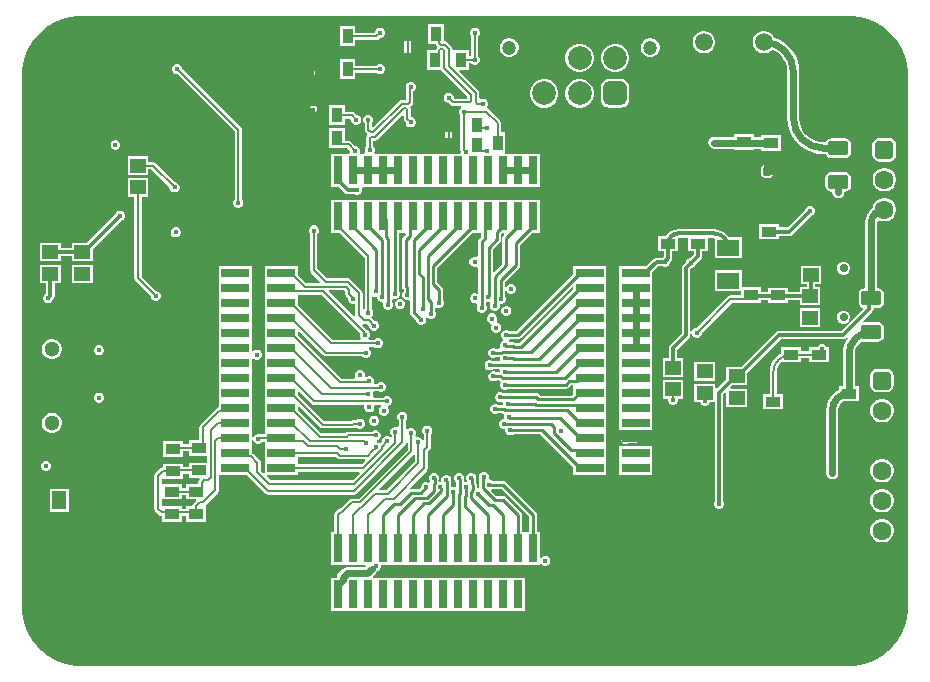
<source format=gbl>
G04*
G04 #@! TF.GenerationSoftware,Altium Limited,Altium Designer,23.11.1 (41)*
G04*
G04 Layer_Physical_Order=4*
G04 Layer_Color=16711680*
%FSLAX44Y44*%
%MOMM*%
G71*
G04*
G04 #@! TF.SameCoordinates,0DF123BF-E9B0-4B01-884F-CD338A10EF4C*
G04*
G04*
G04 #@! TF.FilePolarity,Positive*
G04*
G01*
G75*
%ADD10C,0.2500*%
%ADD12C,0.6000*%
%ADD15C,0.2000*%
%ADD19R,1.3000X0.9000*%
%ADD21R,1.3500X1.1500*%
%ADD24C,2.0000*%
%ADD28R,0.9000X1.3000*%
%ADD32R,1.9500X1.4000*%
%ADD68C,1.6000*%
%ADD73C,1.5000*%
%ADD80C,0.3000*%
%ADD81C,7.0000*%
%ADD82C,1.3000*%
%ADD83C,0.7000*%
G04:AMPARAMS|DCode=84|XSize=1.6mm|YSize=1.6mm|CornerRadius=0.4mm|HoleSize=0mm|Usage=FLASHONLY|Rotation=270.000|XOffset=0mm|YOffset=0mm|HoleType=Round|Shape=RoundedRectangle|*
%AMROUNDEDRECTD84*
21,1,1.6000,0.8000,0,0,270.0*
21,1,0.8000,1.6000,0,0,270.0*
1,1,0.8000,-0.4000,-0.4000*
1,1,0.8000,-0.4000,0.4000*
1,1,0.8000,0.4000,0.4000*
1,1,0.8000,0.4000,-0.4000*
%
%ADD84ROUNDEDRECTD84*%
G04:AMPARAMS|DCode=85|XSize=2mm|YSize=2mm|CornerRadius=0.5mm|HoleSize=0mm|Usage=FLASHONLY|Rotation=90.000|XOffset=0mm|YOffset=0mm|HoleType=Round|Shape=RoundedRectangle|*
%AMROUNDEDRECTD85*
21,1,2.0000,1.0000,0,0,90.0*
21,1,1.0000,2.0000,0,0,90.0*
1,1,1.0000,0.5000,0.5000*
1,1,1.0000,0.5000,-0.5000*
1,1,1.0000,-0.5000,-0.5000*
1,1,1.0000,-0.5000,0.5000*
%
%ADD85ROUNDEDRECTD85*%
%ADD86C,1.2000*%
%ADD87C,0.4500*%
%ADD88C,0.5000*%
%ADD89C,0.4000*%
%ADD90C,0.3000*%
%ADD91R,0.7500X2.4000*%
G04:AMPARAMS|DCode=92|XSize=1.75mm|YSize=1.25mm|CornerRadius=0.3125mm|HoleSize=0mm|Usage=FLASHONLY|Rotation=0.000|XOffset=0mm|YOffset=0mm|HoleType=Round|Shape=RoundedRectangle|*
%AMROUNDEDRECTD92*
21,1,1.7500,0.6250,0,0,0.0*
21,1,1.1250,1.2500,0,0,0.0*
1,1,0.6250,0.5625,-0.3125*
1,1,0.6250,-0.5625,-0.3125*
1,1,0.6250,-0.5625,0.3125*
1,1,0.6250,0.5625,0.3125*
%
%ADD92ROUNDEDRECTD92*%
%ADD93R,1.2000X1.6000*%
%ADD94R,2.4000X0.7500*%
G36*
X700000Y550000D02*
X703277D01*
X709775Y549144D01*
X716106Y547448D01*
X722162Y544940D01*
X727838Y541663D01*
X733038Y537673D01*
X737673Y533038D01*
X741663Y527838D01*
X744940Y522162D01*
X747448Y516106D01*
X749144Y509775D01*
X750000Y503277D01*
Y500000D01*
X750000Y500000D01*
X750000Y500000D01*
X750000Y50000D01*
Y46723D01*
X749145Y40224D01*
X747448Y33893D01*
X744940Y27838D01*
X741663Y22162D01*
X737673Y16962D01*
X733038Y12327D01*
X727838Y8337D01*
X722162Y5060D01*
X716106Y2552D01*
X709775Y856D01*
X703277Y0D01*
X700000Y0D01*
X50000Y0D01*
X46723D01*
X40224Y856D01*
X33893Y2552D01*
X27838Y5060D01*
X22162Y8337D01*
X16962Y12327D01*
X12327Y16962D01*
X8337Y22162D01*
X5060Y27838D01*
X2552Y33893D01*
X856Y40224D01*
X0Y46723D01*
X0Y50000D01*
X0Y500000D01*
Y503277D01*
X856Y509775D01*
X2552Y516106D01*
X5060Y522162D01*
X8337Y527838D01*
X12327Y533038D01*
X16962Y537673D01*
X22162Y541663D01*
X27838Y544940D01*
X33893Y547448D01*
X40224Y549144D01*
X46723Y550000D01*
X50000D01*
X50000Y550000D01*
X700000Y550000D01*
D02*
G37*
%LPC*%
G36*
X282000Y541500D02*
X269000D01*
Y524500D01*
X282000D01*
Y529941D01*
X299729D01*
X299729Y529941D01*
X300900Y530174D01*
X301892Y530837D01*
X302805Y531750D01*
X303845D01*
X305407Y532397D01*
X306603Y533593D01*
X307250Y535155D01*
Y536845D01*
X306603Y538407D01*
X305407Y539603D01*
X303845Y540250D01*
X302155D01*
X300593Y539603D01*
X299397Y538407D01*
X298750Y536845D01*
Y536346D01*
X298462Y536059D01*
X282000D01*
Y541500D01*
D02*
G37*
G36*
X578451Y537500D02*
X575949D01*
X573533Y536853D01*
X571367Y535602D01*
X569598Y533833D01*
X568347Y531667D01*
X567700Y529251D01*
Y526749D01*
X568347Y524333D01*
X569598Y522167D01*
X571367Y520398D01*
X573533Y519147D01*
X575949Y518500D01*
X578451D01*
X580867Y519147D01*
X583033Y520398D01*
X584802Y522167D01*
X586053Y524333D01*
X586700Y526749D01*
Y529251D01*
X586053Y531667D01*
X584802Y533833D01*
X583033Y535602D01*
X580867Y536853D01*
X578451Y537500D01*
D02*
G37*
G36*
X532743Y531445D02*
X530637D01*
X528602Y530900D01*
X526778Y529847D01*
X525288Y528357D01*
X524235Y526533D01*
X523690Y524498D01*
Y522392D01*
X524235Y520357D01*
X525288Y518533D01*
X526778Y517043D01*
X528602Y515990D01*
X530637Y515445D01*
X532743D01*
X534778Y515990D01*
X536602Y517043D01*
X538092Y518533D01*
X539145Y520357D01*
X539690Y522392D01*
Y524498D01*
X539145Y526533D01*
X538092Y528357D01*
X536602Y529847D01*
X534778Y530900D01*
X532743Y531445D01*
D02*
G37*
G36*
X413363D02*
X411257D01*
X409222Y530900D01*
X407398Y529847D01*
X405908Y528357D01*
X404855Y526533D01*
X404310Y524498D01*
Y522392D01*
X404855Y520357D01*
X405908Y518533D01*
X407398Y517043D01*
X409222Y515990D01*
X411257Y515445D01*
X413363D01*
X415398Y515990D01*
X417222Y517043D01*
X418712Y518533D01*
X419765Y520357D01*
X420310Y522392D01*
Y524498D01*
X419765Y526533D01*
X418712Y528357D01*
X417222Y529847D01*
X415398Y530900D01*
X413363Y531445D01*
D02*
G37*
G36*
X327500Y538059D02*
X326329Y537826D01*
X325337Y537163D01*
X324837Y536663D01*
X324837Y536663D01*
X324337Y536163D01*
X323674Y535171D01*
X323441Y534000D01*
X323441Y534000D01*
Y513000D01*
X323674Y511829D01*
X324337Y510837D01*
X325330Y510174D01*
X326500Y509941D01*
X327671Y510174D01*
X328663Y510837D01*
X329326Y511829D01*
X329559Y513000D01*
Y532733D01*
X329663Y532837D01*
X330326Y533829D01*
X330559Y535000D01*
X330326Y536171D01*
X329663Y537163D01*
X328671Y537826D01*
X327500Y538059D01*
D02*
G37*
G36*
X442000Y518124D02*
X440634Y517852D01*
X439477Y517078D01*
X437922Y515523D01*
X437148Y514366D01*
X436876Y513000D01*
X437148Y511634D01*
X437922Y510477D01*
X439079Y509703D01*
X440445Y509431D01*
X441811Y509703D01*
X442968Y510477D01*
X444523Y512032D01*
X445297Y513189D01*
X445569Y514555D01*
X445297Y515921D01*
X444523Y517078D01*
X443366Y517852D01*
X442000Y518124D01*
D02*
G37*
G36*
X357000Y543500D02*
X344000D01*
Y526500D01*
X350155D01*
X350295Y525794D01*
X350959Y524802D01*
X351272Y524488D01*
Y523218D01*
X350837Y522784D01*
X350174Y521792D01*
X350116Y521500D01*
X343000D01*
Y504500D01*
X354836D01*
X354958Y504316D01*
X376937Y482338D01*
Y480059D01*
X366267D01*
X365250Y481076D01*
Y481845D01*
X364603Y483407D01*
X363407Y484603D01*
X361845Y485250D01*
X360155D01*
X358593Y484603D01*
X357397Y483407D01*
X356750Y481845D01*
Y480155D01*
X357397Y478593D01*
X358593Y477397D01*
X360155Y476750D01*
X360924D01*
X362837Y474837D01*
X362837Y474837D01*
X363829Y474174D01*
X365000Y473941D01*
X365000Y473941D01*
X371505D01*
X371757Y472671D01*
X371593Y472603D01*
X370397Y471407D01*
X369750Y469845D01*
Y468155D01*
X370397Y466593D01*
X370941Y466048D01*
Y436939D01*
X370941Y436938D01*
X371174Y435768D01*
X371175Y435767D01*
X371150Y435707D01*
Y434627D01*
X370094Y433500D01*
X363370D01*
X363300Y433500D01*
X362100D01*
X362030Y433500D01*
X350670D01*
X350600Y433500D01*
X349400D01*
X349330Y433500D01*
X337970D01*
X337900Y433500D01*
X336700D01*
X336630Y433500D01*
X325270D01*
X325200Y433500D01*
X324000D01*
X323930Y433500D01*
X312500D01*
Y433500D01*
X311300D01*
Y433500D01*
X299800D01*
Y433500D01*
X298600D01*
X298071Y434770D01*
X298422Y435615D01*
Y437306D01*
X297775Y438868D01*
X297230Y439412D01*
Y444539D01*
X298926D01*
X298927Y444539D01*
X300097Y444772D01*
X301089Y445435D01*
X321768Y466114D01*
X322941Y465628D01*
Y463000D01*
X322941Y463000D01*
X323174Y461829D01*
X323837Y460837D01*
X324750Y459924D01*
Y459155D01*
X325397Y457593D01*
X326593Y456397D01*
X328155Y455750D01*
X329845D01*
X331407Y456397D01*
X332603Y457593D01*
X333250Y459155D01*
Y460845D01*
X332603Y462407D01*
X331407Y463603D01*
X329845Y464250D01*
X329076D01*
X329059Y464267D01*
Y470671D01*
X329059Y470672D01*
X328826Y471842D01*
X328163Y472834D01*
X328991Y473680D01*
X330163Y474852D01*
X330163Y474852D01*
X330826Y475844D01*
X331059Y477015D01*
X331059Y477015D01*
Y486253D01*
X331407Y486397D01*
X332603Y487593D01*
X333250Y489155D01*
Y490845D01*
X332603Y492407D01*
X331407Y493603D01*
X329845Y494250D01*
X328155D01*
X326593Y493603D01*
X325397Y492407D01*
X324750Y490845D01*
Y489155D01*
X325034Y488468D01*
X324941Y488000D01*
Y478902D01*
X321515D01*
X320344Y478669D01*
X319352Y478006D01*
X319352Y478006D01*
X297329Y455983D01*
X296059Y456509D01*
Y459298D01*
X296603Y459843D01*
X297250Y461405D01*
Y463095D01*
X296603Y464657D01*
X295407Y465853D01*
X293845Y466500D01*
X292155D01*
X290593Y465853D01*
X289397Y464657D01*
X288750Y463095D01*
Y461405D01*
X289397Y459843D01*
X289941Y459298D01*
Y453941D01*
X289941Y453941D01*
X290174Y452771D01*
X290837Y451778D01*
X292382Y450233D01*
Y448963D01*
X292009Y448589D01*
X291346Y447597D01*
X291113Y446427D01*
X291113Y446426D01*
Y439412D01*
X290569Y438868D01*
X289922Y437306D01*
Y435615D01*
X290272Y434770D01*
X289463Y433500D01*
X287182D01*
X286798Y433577D01*
X286029Y434456D01*
X286063Y434703D01*
X286250Y435155D01*
Y436845D01*
X285603Y438407D01*
X284407Y439603D01*
X282845Y440250D01*
X282076D01*
X278663Y443663D01*
X277670Y444326D01*
X276500Y444559D01*
X276500Y444559D01*
X273000D01*
Y455500D01*
X260000D01*
Y438500D01*
X269704D01*
X270000Y438441D01*
X270000Y438441D01*
X275233D01*
X277750Y435924D01*
Y435155D01*
X277909Y434770D01*
X277061Y433500D01*
X274400D01*
Y433500D01*
X273200D01*
Y433500D01*
X273130Y433500D01*
X261700D01*
Y405500D01*
X268153D01*
X273177Y400477D01*
X274334Y399703D01*
X275700Y399431D01*
X281058D01*
X281093Y399397D01*
X282655Y398750D01*
X284345D01*
X285907Y399397D01*
X287103Y400593D01*
X287750Y402155D01*
Y403845D01*
X287591Y404230D01*
X288439Y405500D01*
X298600D01*
Y405500D01*
X299800D01*
Y405500D01*
X311300D01*
Y405500D01*
X312500D01*
Y405500D01*
X323930D01*
X324000Y405500D01*
X325200D01*
X325270Y405500D01*
X336630D01*
X336700Y405500D01*
X337900D01*
X337970Y405500D01*
X349330D01*
X349400Y405500D01*
X350600D01*
X350670Y405500D01*
X362030D01*
X362100Y405500D01*
X363300D01*
X363370Y405500D01*
X374800D01*
Y405500D01*
X376000D01*
Y405500D01*
X387500D01*
Y405500D01*
X388700D01*
Y405500D01*
X400130D01*
X400200Y405500D01*
X401400D01*
X401470Y405500D01*
X412900D01*
Y405500D01*
X414100D01*
Y405500D01*
X425600D01*
Y405500D01*
X426800D01*
Y405500D01*
X438300D01*
Y433500D01*
X426800D01*
Y433500D01*
X425600D01*
Y433500D01*
X414100D01*
Y433500D01*
X412900D01*
Y433500D01*
X409652D01*
X409000Y434500D01*
X409000Y434770D01*
Y451500D01*
X405559D01*
Y459301D01*
X405559Y459301D01*
X405326Y460472D01*
X404663Y461464D01*
X394964Y471163D01*
X393972Y471826D01*
X393689Y471882D01*
X393271Y473260D01*
X393603Y473593D01*
X394250Y475155D01*
Y476845D01*
X393603Y478407D01*
X392407Y479603D01*
X390845Y480250D01*
X389155D01*
X388324Y479906D01*
X387054Y480724D01*
Y485262D01*
X387054Y485262D01*
X386822Y486432D01*
X386158Y487425D01*
X370256Y503327D01*
X370742Y504500D01*
X378000D01*
Y509941D01*
X380048D01*
X380593Y509397D01*
X382155Y508750D01*
X383845D01*
X385407Y509397D01*
X386603Y510593D01*
X387250Y512155D01*
Y513845D01*
X386603Y515407D01*
X386059Y515952D01*
Y532798D01*
X386853Y533593D01*
X387500Y535155D01*
Y536845D01*
X386853Y538407D01*
X385657Y539603D01*
X384095Y540250D01*
X382405D01*
X380843Y539603D01*
X379647Y538407D01*
X379000Y536845D01*
Y535155D01*
X379647Y533593D01*
X379941Y533298D01*
Y516059D01*
X378000D01*
Y521500D01*
X365071D01*
X364704Y521821D01*
X364152Y522419D01*
X363947Y523449D01*
X363284Y524441D01*
X363284Y524441D01*
X359770Y527956D01*
X358777Y528619D01*
X357607Y528852D01*
X357000Y529857D01*
Y543500D01*
D02*
G37*
G36*
X503580Y526555D02*
X500420D01*
X497368Y525737D01*
X494632Y524157D01*
X492398Y521923D01*
X490818Y519187D01*
X490000Y516135D01*
Y512975D01*
X490818Y509923D01*
X492398Y507187D01*
X494632Y504953D01*
X497368Y503373D01*
X500420Y502555D01*
X503580D01*
X506632Y503373D01*
X509368Y504953D01*
X511602Y507187D01*
X513182Y509923D01*
X514000Y512975D01*
Y516135D01*
X513182Y519187D01*
X511602Y521923D01*
X509368Y524157D01*
X506632Y525737D01*
X503580Y526555D01*
D02*
G37*
G36*
X473580D02*
X470420D01*
X467368Y525737D01*
X464632Y524157D01*
X462398Y521923D01*
X460818Y519187D01*
X460000Y516135D01*
Y512975D01*
X460818Y509923D01*
X462398Y507187D01*
X464632Y504953D01*
X467368Y503373D01*
X470420Y502555D01*
X473580D01*
X476632Y503373D01*
X479368Y504953D01*
X481602Y507187D01*
X483182Y509923D01*
X484000Y512975D01*
Y516135D01*
X483182Y519187D01*
X481602Y521923D01*
X479368Y524157D01*
X476632Y525737D01*
X473580Y526555D01*
D02*
G37*
G36*
X282000Y513500D02*
X269000D01*
Y496500D01*
X282000D01*
Y501941D01*
X300048D01*
X300593Y501397D01*
X302155Y500750D01*
X303845D01*
X305407Y501397D01*
X306603Y502593D01*
X307250Y504155D01*
Y505845D01*
X306603Y507407D01*
X305407Y508603D01*
X303845Y509250D01*
X302155D01*
X300593Y508603D01*
X300048Y508059D01*
X282000D01*
Y513500D01*
D02*
G37*
G36*
X252500Y508059D02*
X251329Y507826D01*
X250337Y507163D01*
X247837Y504663D01*
X247174Y503671D01*
X246941Y502500D01*
X247174Y501329D01*
X247837Y500337D01*
X248829Y499674D01*
X250000Y499441D01*
X251171Y499674D01*
X252163Y500337D01*
X254663Y502837D01*
X255326Y503829D01*
X255559Y505000D01*
X255326Y506171D01*
X254663Y507163D01*
X253671Y507826D01*
X252500Y508059D01*
D02*
G37*
G36*
X473580Y496555D02*
X470420D01*
X467368Y495737D01*
X464632Y494157D01*
X462398Y491923D01*
X460818Y489187D01*
X460000Y486135D01*
Y482975D01*
X460818Y479923D01*
X462398Y477187D01*
X464632Y474953D01*
X467368Y473373D01*
X470420Y472555D01*
X473580D01*
X476632Y473373D01*
X479368Y474953D01*
X481602Y477187D01*
X483182Y479923D01*
X484000Y482975D01*
Y486135D01*
X483182Y489187D01*
X481602Y491923D01*
X479368Y494157D01*
X476632Y495737D01*
X473580Y496555D01*
D02*
G37*
G36*
X443580D02*
X440420D01*
X437368Y495737D01*
X434632Y494157D01*
X432398Y491923D01*
X430818Y489187D01*
X430000Y486135D01*
Y482975D01*
X430818Y479923D01*
X432398Y477187D01*
X434632Y474953D01*
X437368Y473373D01*
X440420Y472555D01*
X443580D01*
X446632Y473373D01*
X449368Y474953D01*
X451602Y477187D01*
X453182Y479923D01*
X454000Y482975D01*
Y486135D01*
X453182Y489187D01*
X451602Y491923D01*
X449368Y494157D01*
X446632Y495737D01*
X443580Y496555D01*
D02*
G37*
G36*
X507000Y496615D02*
X497000D01*
X495173Y496375D01*
X493470Y495670D01*
X492007Y494548D01*
X490886Y493085D01*
X490180Y491382D01*
X489940Y489555D01*
Y479555D01*
X490180Y477728D01*
X490886Y476025D01*
X492007Y474563D01*
X493470Y473441D01*
X495173Y472735D01*
X497000Y472495D01*
X507000D01*
X508827Y472735D01*
X510530Y473441D01*
X511992Y474563D01*
X513115Y476025D01*
X513820Y477728D01*
X514060Y479555D01*
Y489555D01*
X513820Y491382D01*
X513115Y493085D01*
X511992Y494548D01*
X510530Y495670D01*
X508827Y496375D01*
X507000Y496615D01*
D02*
G37*
G36*
X247000Y474559D02*
X245830Y474326D01*
X244837Y473663D01*
X241337Y470163D01*
X240674Y469170D01*
X240441Y468000D01*
X240441Y468000D01*
Y466000D01*
X240674Y464829D01*
X241337Y463837D01*
X242330Y463174D01*
X243500Y462941D01*
X244671Y463174D01*
X245663Y463837D01*
X246326Y464829D01*
X246559Y466000D01*
Y466733D01*
X249163Y469337D01*
X249826Y470330D01*
X250059Y471500D01*
X249826Y472671D01*
X249163Y473663D01*
X248171Y474326D01*
X247000Y474559D01*
D02*
G37*
G36*
X273000Y474500D02*
X260000D01*
Y457500D01*
X273000D01*
Y462941D01*
X277983D01*
X278750Y462174D01*
Y461405D01*
X279397Y459843D01*
X280593Y458647D01*
X282155Y458000D01*
X283845D01*
X285407Y458647D01*
X286603Y459843D01*
X287250Y461405D01*
Y463095D01*
X286603Y464657D01*
X285407Y465853D01*
X283845Y466500D01*
X283076D01*
X281413Y468163D01*
X280420Y468826D01*
X279250Y469059D01*
X279250Y469059D01*
X273000D01*
Y474500D01*
D02*
G37*
G36*
X79796Y445000D02*
X78204D01*
X76734Y444391D01*
X75609Y443266D01*
X75000Y441796D01*
Y440204D01*
X75609Y438734D01*
X76734Y437609D01*
X78204Y437000D01*
X79796D01*
X81266Y437609D01*
X82391Y438734D01*
X83000Y440204D01*
Y441796D01*
X82391Y443266D01*
X81266Y444391D01*
X79796Y445000D01*
D02*
G37*
G36*
X619500Y450000D02*
X602500D01*
Y448098D01*
X586000D01*
X584049Y447710D01*
X582395Y446605D01*
X581290Y444951D01*
X580902Y443000D01*
X581290Y441049D01*
X582395Y439395D01*
X584049Y438290D01*
X586000Y437902D01*
X602500D01*
Y437000D01*
X619500D01*
Y437402D01*
X625500D01*
Y436000D01*
X642500D01*
Y449000D01*
X625500D01*
Y447598D01*
X619500D01*
Y450000D01*
D02*
G37*
G36*
X361500Y464059D02*
X360330Y463826D01*
X359337Y463163D01*
X358674Y462170D01*
X358441Y461000D01*
X358674Y459829D01*
X359337Y458837D01*
X359441Y458733D01*
Y458000D01*
X359674Y456829D01*
X360006Y456332D01*
X358837Y455163D01*
X358174Y454170D01*
X357941Y453000D01*
X357941Y453000D01*
Y439000D01*
X358174Y437830D01*
X358837Y436837D01*
X359829Y436174D01*
X361000Y435941D01*
X362170Y436174D01*
X363163Y436837D01*
X363826Y437830D01*
X364059Y439000D01*
Y451733D01*
X365163Y452837D01*
X365826Y453829D01*
X366059Y455000D01*
X365826Y456171D01*
X365340Y456898D01*
X365559Y458000D01*
Y460000D01*
X365326Y461171D01*
X364663Y462163D01*
X363663Y463163D01*
X362671Y463826D01*
X361500Y464059D01*
D02*
G37*
G36*
X629251Y537500D02*
X626749D01*
X624333Y536853D01*
X622167Y535602D01*
X620398Y533833D01*
X619147Y531667D01*
X618500Y529251D01*
Y526749D01*
X619147Y524333D01*
X620398Y522167D01*
X622167Y520398D01*
X624333Y519147D01*
X626749Y518500D01*
X629251D01*
X631667Y519147D01*
X633833Y520398D01*
X635061Y521626D01*
X635642Y521449D01*
X639094Y519604D01*
X642120Y517120D01*
X644604Y514094D01*
X646449Y510642D01*
X647586Y506896D01*
X647947Y503226D01*
X647902Y503000D01*
Y463650D01*
X647909Y463617D01*
X648281Y458880D01*
X649398Y454227D01*
X651230Y449806D01*
X653730Y445726D01*
X656837Y442088D01*
X660476Y438980D01*
X664556Y436480D01*
X668977Y434649D01*
X673630Y433531D01*
X678367Y433159D01*
X678400Y433152D01*
X680542D01*
X680547Y433125D01*
X681680Y431430D01*
X683375Y430297D01*
X685375Y429900D01*
X696625D01*
X698625Y430297D01*
X700320Y431430D01*
X701453Y433125D01*
X701850Y435125D01*
Y441375D01*
X701453Y443375D01*
X700320Y445070D01*
X698625Y446203D01*
X696625Y446600D01*
X685375D01*
X683375Y446203D01*
X681680Y445070D01*
X680547Y443375D01*
X680542Y443348D01*
X678400D01*
X678168Y443302D01*
X674426Y443670D01*
X670604Y444829D01*
X667082Y446712D01*
X663995Y449245D01*
X661462Y452332D01*
X659580Y455854D01*
X658420Y459676D01*
X658052Y463418D01*
X658098Y463650D01*
Y503000D01*
X658089Y503043D01*
X657722Y507707D01*
X656620Y512299D01*
X654813Y516662D01*
X652346Y520688D01*
X649279Y524279D01*
X645688Y527346D01*
X641662Y529813D01*
X637299Y531620D01*
X636812Y531737D01*
X635602Y533833D01*
X633833Y535602D01*
X631667Y536853D01*
X629251Y537500D01*
D02*
G37*
G36*
X734000Y447118D02*
X726000D01*
X723659Y446652D01*
X721674Y445326D01*
X720348Y443341D01*
X719883Y441000D01*
Y433000D01*
X720348Y430659D01*
X721674Y428674D01*
X723659Y427348D01*
X726000Y426883D01*
X734000D01*
X736341Y427348D01*
X738326Y428674D01*
X739652Y430659D01*
X740117Y433000D01*
Y441000D01*
X739652Y443341D01*
X738326Y445326D01*
X736341Y446652D01*
X734000Y447118D01*
D02*
G37*
G36*
X629000Y424069D02*
X627634Y423797D01*
X626477Y423023D01*
X625703Y421866D01*
X625431Y420500D01*
X625681Y419243D01*
Y416750D01*
X625953Y415384D01*
X626727Y414227D01*
X627884Y413453D01*
X629250Y413181D01*
X630743D01*
X632000Y412931D01*
X633366Y413203D01*
X634523Y413977D01*
X635297Y415134D01*
X635569Y416500D01*
X635297Y417866D01*
X634523Y419023D01*
X634273Y419273D01*
X633116Y420047D01*
X632819Y420106D01*
Y420250D01*
X632547Y421616D01*
X631773Y422773D01*
X631523Y423023D01*
X630366Y423797D01*
X629000Y424069D01*
D02*
G37*
G36*
X731317Y421600D02*
X728683D01*
X726140Y420919D01*
X723860Y419602D01*
X721998Y417740D01*
X720682Y415460D01*
X720000Y412916D01*
Y410284D01*
X720682Y407740D01*
X721998Y405460D01*
X723860Y403598D01*
X726140Y402281D01*
X728683Y401600D01*
X731317D01*
X733860Y402281D01*
X736140Y403598D01*
X738002Y405460D01*
X739318Y407740D01*
X740000Y410284D01*
Y412916D01*
X739318Y415460D01*
X738002Y417740D01*
X736140Y419602D01*
X733860Y420919D01*
X731317Y421600D01*
D02*
G37*
G36*
X106750Y431250D02*
X89250D01*
Y415750D01*
X106750D01*
Y420441D01*
X109233D01*
X124750Y404924D01*
Y404155D01*
X125397Y402593D01*
X126593Y401397D01*
X128155Y400750D01*
X129845D01*
X131407Y401397D01*
X132603Y402593D01*
X133250Y404155D01*
Y405845D01*
X132603Y407407D01*
X131407Y408603D01*
X129845Y409250D01*
X129076D01*
X112663Y425663D01*
X111671Y426326D01*
X110500Y426559D01*
X110500Y426559D01*
X106750D01*
Y431250D01*
D02*
G37*
G36*
X696625Y418100D02*
X685375D01*
X683375Y417703D01*
X681680Y416570D01*
X680547Y414875D01*
X680150Y412875D01*
Y406625D01*
X680547Y404625D01*
X681680Y402930D01*
X683375Y401797D01*
X685375Y401400D01*
X685902D01*
Y400767D01*
X686290Y398816D01*
X687395Y397162D01*
X689049Y396057D01*
X691000Y395669D01*
X692951Y396057D01*
X694605Y397162D01*
X695710Y398816D01*
X696098Y400767D01*
Y401400D01*
X696625D01*
X698625Y401797D01*
X700320Y402930D01*
X701453Y404625D01*
X701850Y406625D01*
Y412875D01*
X701453Y414875D01*
X700320Y416570D01*
X698625Y417703D01*
X696625Y418100D01*
D02*
G37*
G36*
X426800Y394500D02*
X425600D01*
Y394500D01*
X414170D01*
X414100Y394500D01*
Y394500D01*
X412900D01*
Y394500D01*
X401470D01*
X401400Y394500D01*
Y394500D01*
X400200D01*
Y394500D01*
X388770D01*
X388700Y394500D01*
X387500D01*
X387430Y394500D01*
X376070D01*
X376000Y394500D01*
Y394500D01*
X374800D01*
Y394500D01*
X363370D01*
X363300Y394500D01*
Y394500D01*
X362100D01*
Y394500D01*
X350670D01*
X350600Y394500D01*
Y394500D01*
X349400D01*
Y394500D01*
X337970D01*
X337900Y394500D01*
Y394500D01*
X336700D01*
Y394500D01*
X325270D01*
X325200Y394500D01*
X324000D01*
X323930Y394500D01*
X312500D01*
Y394500D01*
X311300D01*
Y394500D01*
X311230Y394500D01*
X299800D01*
Y394500D01*
X298600D01*
Y394500D01*
X298530Y394500D01*
X287100D01*
Y394500D01*
X285900D01*
Y394500D01*
X285830Y394500D01*
X274400D01*
Y394500D01*
X273200D01*
Y394500D01*
X273130Y394500D01*
X261700D01*
Y366500D01*
X268874D01*
X290011Y345363D01*
Y302699D01*
X289582Y302237D01*
X288942Y302377D01*
X288312Y302893D01*
Y315403D01*
X288312Y315403D01*
X288079Y316574D01*
X287416Y317566D01*
X277720Y327263D01*
X276727Y327926D01*
X275557Y328159D01*
X275557Y328159D01*
X258167D01*
X250059Y336267D01*
Y365548D01*
X250603Y366093D01*
X251250Y367655D01*
Y369345D01*
X250603Y370907D01*
X249407Y372103D01*
X247845Y372750D01*
X246155D01*
X244593Y372103D01*
X243397Y370907D01*
X242750Y369345D01*
Y367655D01*
X243397Y366093D01*
X243941Y365548D01*
Y335000D01*
X243941Y335000D01*
X244174Y333829D01*
X244837Y332837D01*
X252342Y325332D01*
X251856Y324159D01*
X240467D01*
X233500Y331126D01*
Y338300D01*
X205500D01*
Y326870D01*
X205500Y326800D01*
X205500D01*
Y325600D01*
X205500D01*
Y314170D01*
X205500Y314100D01*
X205500D01*
Y312900D01*
X205500D01*
Y301470D01*
X205500Y301400D01*
X205500D01*
Y300200D01*
X205500D01*
Y288770D01*
X205500Y288700D01*
X205500D01*
Y287500D01*
X205500D01*
Y276070D01*
X205500Y276000D01*
X205500D01*
Y274800D01*
X205500D01*
Y263370D01*
X205500Y263300D01*
X205500D01*
Y262100D01*
X205500D01*
Y250670D01*
X205500Y250600D01*
X205500D01*
Y249400D01*
X205500D01*
Y237970D01*
X205500Y237900D01*
X205500D01*
Y236700D01*
X205500D01*
Y225270D01*
X205500Y225200D01*
X205500D01*
Y224000D01*
X205500D01*
Y212570D01*
X205500Y212500D01*
X205500D01*
Y211300D01*
X205500D01*
Y199870D01*
X205500Y199800D01*
X205500D01*
Y198600D01*
X205500D01*
Y195909D01*
X201669D01*
X200845Y196250D01*
X199155D01*
X197593Y195603D01*
X196397Y194407D01*
X195750Y192845D01*
X194500Y192894D01*
Y198600D01*
X194500D01*
Y199800D01*
X194500D01*
Y211300D01*
X194500D01*
Y212500D01*
X194500D01*
Y223930D01*
X194500Y224000D01*
Y225200D01*
X194500Y225270D01*
Y236630D01*
X194500Y236700D01*
Y237900D01*
X194500Y237970D01*
Y249330D01*
X194500Y249400D01*
Y250600D01*
X194500Y250670D01*
Y260194D01*
X195770Y260720D01*
X196593Y259897D01*
X198155Y259250D01*
X199845D01*
X201407Y259897D01*
X202603Y261093D01*
X203250Y262655D01*
Y264345D01*
X202603Y265907D01*
X201407Y267103D01*
X199845Y267750D01*
X198155D01*
X196593Y267103D01*
X195770Y266280D01*
X194500Y266807D01*
Y274730D01*
X194500Y274800D01*
Y276000D01*
X194500Y276070D01*
Y287430D01*
X194500Y287500D01*
Y288700D01*
X194500Y288770D01*
Y300130D01*
X194500Y300200D01*
Y301400D01*
X194500Y301470D01*
Y312830D01*
X194500Y312900D01*
Y314100D01*
X194500Y314170D01*
Y325530D01*
X194500Y325600D01*
Y326800D01*
X194500Y326870D01*
Y338300D01*
X166500D01*
Y326870D01*
X166500Y326800D01*
Y325600D01*
X166500Y325530D01*
Y314170D01*
X166500Y314100D01*
Y312900D01*
X166500Y312830D01*
Y301470D01*
X166500Y301400D01*
Y300200D01*
X166500Y300130D01*
Y288770D01*
X166500Y288700D01*
Y287500D01*
X166500Y287430D01*
Y276070D01*
X166500Y276000D01*
Y274800D01*
X166500Y274730D01*
Y263370D01*
X166500Y263300D01*
Y262100D01*
X166500Y262030D01*
Y250670D01*
X166500Y250600D01*
Y249400D01*
X166500Y249330D01*
Y237970D01*
X166500Y237900D01*
Y236700D01*
X166500Y236630D01*
Y225270D01*
X166500Y225200D01*
Y224000D01*
X166500Y223930D01*
Y218862D01*
X165708Y218705D01*
X164716Y218042D01*
X164716Y218041D01*
X150837Y204163D01*
X150174Y203171D01*
X149941Y202000D01*
X149941Y202000D01*
Y191000D01*
X141500D01*
Y187559D01*
X136500D01*
Y190000D01*
X119500D01*
Y177000D01*
X136500D01*
Y181441D01*
X141500D01*
Y178000D01*
X156441D01*
Y172000D01*
X141500D01*
Y168559D01*
X136500D01*
Y171000D01*
X119500D01*
Y168059D01*
X119000D01*
X117829Y167826D01*
X116837Y167163D01*
X116837Y167163D01*
X112837Y163163D01*
X112174Y162171D01*
X111941Y161000D01*
X111941Y161000D01*
Y133000D01*
X111941Y133000D01*
X112174Y131830D01*
X112837Y130837D01*
X115837Y127837D01*
X115837Y127837D01*
X116830Y127174D01*
X118000Y126941D01*
X118500Y125864D01*
Y122000D01*
X135500D01*
Y126941D01*
X138500D01*
Y122000D01*
X155500D01*
Y135000D01*
X155500D01*
X155342Y136205D01*
X155338Y136270D01*
X165663Y146594D01*
X166326Y147587D01*
X166559Y148757D01*
X166559Y148757D01*
Y161700D01*
X190174D01*
X206037Y145837D01*
X206037Y145837D01*
X207029Y145174D01*
X208200Y144941D01*
X280678D01*
X280678Y144941D01*
X281848Y145174D01*
X282840Y145837D01*
X324163Y187159D01*
X324163Y187160D01*
X324826Y188152D01*
X324854Y188295D01*
X326242Y188759D01*
X326441Y188581D01*
Y182817D01*
X285183Y141559D01*
X279158D01*
X279157Y141559D01*
X277987Y141326D01*
X276994Y140663D01*
X276994Y140663D01*
X269813Y133482D01*
X269030Y133326D01*
X268037Y132663D01*
X265287Y129913D01*
X264624Y128920D01*
X264391Y127750D01*
X264391Y127750D01*
Y113500D01*
X261700D01*
Y85500D01*
X273200D01*
Y85500D01*
X274400D01*
Y85500D01*
X285900D01*
Y85500D01*
X287100D01*
Y85500D01*
X290495D01*
X290981Y84327D01*
X289999Y83345D01*
X275076D01*
X273125Y82957D01*
X271471Y81852D01*
X267795Y78176D01*
X266690Y76522D01*
X266362Y74871D01*
X265990Y74500D01*
X261700D01*
Y46500D01*
X273130D01*
X273200Y46500D01*
Y46500D01*
X274400D01*
Y46500D01*
X285900D01*
Y46500D01*
X287100Y46500D01*
Y46500D01*
X298530D01*
X298600Y46500D01*
X299800Y46500D01*
X299870Y46500D01*
X311230D01*
X311300Y46500D01*
X312500D01*
X312570Y46500D01*
X323930D01*
X324000Y46500D01*
X325200D01*
X325270Y46500D01*
X336630D01*
X336700Y46500D01*
X337900D01*
X337970Y46500D01*
X349330D01*
X349400Y46500D01*
X350600D01*
X350670Y46500D01*
X362030D01*
X362100Y46500D01*
X363300D01*
X363370Y46500D01*
X374730D01*
X374800Y46500D01*
X376000D01*
X376070Y46500D01*
X387430D01*
X387500Y46500D01*
X388700D01*
X388770Y46500D01*
X400130D01*
X400200Y46500D01*
X401400D01*
X401470Y46500D01*
X412830D01*
X412900Y46500D01*
X414100D01*
X414170Y46500D01*
X425600D01*
Y74500D01*
X414170D01*
X414100Y74500D01*
X412900D01*
X412830Y74500D01*
X401470D01*
X401400Y74500D01*
X400200D01*
X400130Y74500D01*
X388770D01*
X388700Y74500D01*
X387500D01*
X387430Y74500D01*
X376070D01*
X376000Y74500D01*
X374800D01*
X374730Y74500D01*
X363370D01*
X363300Y74500D01*
X362100D01*
X362030Y74500D01*
X350670D01*
X350600Y74500D01*
X349400D01*
X349330Y74500D01*
X337970D01*
X337900Y74500D01*
X336700D01*
X336630Y74500D01*
X325270D01*
X325200Y74500D01*
X324000D01*
X323930Y74500D01*
X312570D01*
X312500Y74500D01*
X311300D01*
X311230Y74500D01*
X299870D01*
X299800Y74500D01*
X298600Y74500D01*
X298530Y74500D01*
X297369D01*
X296843Y75770D01*
X299391Y78318D01*
X300467Y79927D01*
X301724Y80448D01*
X302920Y81644D01*
X303567Y83206D01*
Y84896D01*
X303970Y85500D01*
X311300D01*
Y85500D01*
X312500D01*
Y85500D01*
X324000D01*
Y85500D01*
X325200D01*
Y85500D01*
X336700D01*
Y85500D01*
X337900D01*
Y85500D01*
X349400D01*
Y85500D01*
X350600D01*
Y85500D01*
X362100D01*
Y85500D01*
X363300D01*
Y85500D01*
X374800D01*
Y85500D01*
X376000D01*
Y85500D01*
X387500D01*
Y85500D01*
X388700D01*
Y85500D01*
X400200D01*
Y85500D01*
X401400D01*
Y85500D01*
X412900D01*
Y85500D01*
X414100D01*
Y85500D01*
X425600D01*
Y85500D01*
X426800D01*
Y85500D01*
X438300D01*
Y86030D01*
X438752Y86262D01*
X439570Y86420D01*
X440593Y85397D01*
X442155Y84750D01*
X443845D01*
X445407Y85397D01*
X446603Y86593D01*
X447250Y88155D01*
Y89845D01*
X446603Y91407D01*
X445407Y92603D01*
X443845Y93250D01*
X442155D01*
X440593Y92603D01*
X439570Y91580D01*
X438752Y91738D01*
X438300Y91970D01*
Y113500D01*
X435864D01*
Y127750D01*
X435611Y129018D01*
X434893Y130093D01*
X409628Y155358D01*
X408553Y156077D01*
X407285Y156329D01*
X398431D01*
X397797Y156963D01*
X396235Y157610D01*
X395725D01*
X394876Y158880D01*
X394990Y159155D01*
Y160845D01*
X394343Y162407D01*
X393147Y163603D01*
X391585Y164250D01*
X389895D01*
X388333Y163603D01*
X387137Y162407D01*
X386490Y160845D01*
Y159155D01*
X387044Y157818D01*
Y157221D01*
X386843Y156920D01*
X386591Y155652D01*
Y154827D01*
X386576Y154755D01*
Y151298D01*
X385540Y150445D01*
X385404Y150404D01*
X384814Y150615D01*
Y153278D01*
X384561Y154546D01*
X383936Y155482D01*
Y156818D01*
X384490Y158155D01*
Y159845D01*
X383843Y161407D01*
X382647Y162603D01*
X381085Y163250D01*
X379395D01*
X377833Y162603D01*
X376637Y161407D01*
X375990Y159845D01*
Y158155D01*
X376637Y156593D01*
X376710Y156520D01*
X376184Y155250D01*
X375155D01*
X374870Y155132D01*
X373814Y155837D01*
Y157699D01*
X373810Y157719D01*
X373990Y158155D01*
Y159845D01*
X373343Y161407D01*
X372147Y162603D01*
X370585Y163250D01*
X368895D01*
X367333Y162603D01*
X366137Y161407D01*
X365490Y159845D01*
Y158155D01*
X366137Y156593D01*
X367186Y155543D01*
Y151838D01*
X366130Y151132D01*
X365845Y151250D01*
X364155D01*
X363870Y151132D01*
X362814Y151838D01*
Y154563D01*
X362843Y154593D01*
X363490Y156155D01*
Y157845D01*
X362843Y159407D01*
X361647Y160603D01*
X360085Y161250D01*
X358395D01*
X356833Y160603D01*
X355637Y159407D01*
X354990Y157845D01*
Y156597D01*
X354825Y156428D01*
X353833Y155704D01*
X353083Y155805D01*
X352494Y156957D01*
X352990Y158155D01*
Y159845D01*
X352343Y161407D01*
X351147Y162603D01*
X349585Y163250D01*
X347895D01*
X346333Y162603D01*
X345137Y161407D01*
X344490Y159845D01*
Y158155D01*
X345137Y156593D01*
X345457Y156273D01*
X345271Y155249D01*
X344038Y154756D01*
X342845Y155250D01*
X341155D01*
X339593Y154603D01*
X338397Y153407D01*
X337750Y151845D01*
Y151436D01*
X336007Y149694D01*
X329260D01*
X329142Y149670D01*
X328516Y150841D01*
X342523Y164847D01*
X342523Y164847D01*
X343186Y165839D01*
X343419Y167010D01*
X343419Y167010D01*
Y181423D01*
X345163Y183167D01*
X345826Y184159D01*
X346059Y185330D01*
Y196048D01*
X346603Y196593D01*
X347250Y198155D01*
Y199845D01*
X346603Y201407D01*
X345407Y202603D01*
X343845Y203250D01*
X342155D01*
X340593Y202603D01*
X339397Y201407D01*
X338750Y199845D01*
Y198155D01*
X339397Y196593D01*
X339941Y196048D01*
Y191122D01*
X338671Y190869D01*
X338353Y191637D01*
X337157Y192833D01*
X335595Y193480D01*
X333905D01*
X333882Y193471D01*
X332644Y194216D01*
X332603Y194593D01*
X333250Y196155D01*
Y197845D01*
X332603Y199407D01*
X331407Y200603D01*
X329845Y201250D01*
X328155D01*
X326593Y200603D01*
X326329Y200339D01*
X325059Y200865D01*
Y208048D01*
X325603Y208593D01*
X326250Y210155D01*
Y211845D01*
X325603Y213407D01*
X324407Y214603D01*
X322845Y215250D01*
X321155D01*
X319593Y214603D01*
X318397Y213407D01*
X317750Y211845D01*
Y210155D01*
X318397Y208593D01*
X318941Y208048D01*
Y202729D01*
X317671Y201908D01*
X316845Y202250D01*
X315155D01*
X313593Y201603D01*
X312397Y200407D01*
X311750Y198845D01*
Y197155D01*
X312397Y195593D01*
X312941Y195048D01*
Y193865D01*
X311671Y193339D01*
X311407Y193603D01*
X309845Y194250D01*
X308155D01*
X306593Y193603D01*
X305397Y192407D01*
X304750Y190845D01*
Y190076D01*
X302592Y187918D01*
X301627Y188883D01*
X300210Y189470D01*
X300149Y190227D01*
X300210Y190740D01*
X301672Y191346D01*
X302868Y192541D01*
X303515Y194103D01*
Y195794D01*
X302868Y197356D01*
X301672Y198552D01*
X300110Y199199D01*
X298419D01*
X296857Y198552D01*
X296313Y198008D01*
X275763D01*
X275763Y198008D01*
X274592Y197775D01*
X273600Y197112D01*
X273600Y197111D01*
X273553Y197064D01*
X253262D01*
X233500Y216826D01*
Y219215D01*
X234673Y219701D01*
X252366Y202008D01*
X252366Y202008D01*
X253358Y201345D01*
X254529Y201112D01*
X254529Y201113D01*
X279667D01*
X279668Y201112D01*
X280838Y201345D01*
X281730Y201941D01*
X282966D01*
X283510Y201397D01*
X285072Y200750D01*
X286763D01*
X288325Y201397D01*
X289521Y202593D01*
X290168Y204155D01*
Y205845D01*
X289521Y207407D01*
X288325Y208603D01*
X286763Y209250D01*
X285072D01*
X283510Y208603D01*
X282966Y208059D01*
X280496D01*
X280496Y208059D01*
X279326Y207826D01*
X278434Y207230D01*
X255796D01*
X233500Y229526D01*
Y231915D01*
X234673Y232401D01*
X245237Y221837D01*
X245237Y221837D01*
X246229Y221174D01*
X247400Y220941D01*
X247400Y220941D01*
X289165D01*
X289870Y219885D01*
X289750Y219595D01*
Y217905D01*
X290397Y216343D01*
X291593Y215147D01*
X293155Y214500D01*
X294845D01*
X296407Y215147D01*
X297603Y216343D01*
X298250Y217905D01*
Y219595D01*
X298130Y219885D01*
X298836Y220941D01*
X303505D01*
X303757Y219671D01*
X303593Y219603D01*
X302397Y218407D01*
X301750Y216845D01*
Y215155D01*
X302397Y213593D01*
X303593Y212397D01*
X305155Y211750D01*
X306845D01*
X308407Y212397D01*
X309603Y213593D01*
X310250Y215155D01*
Y216845D01*
X309603Y218407D01*
X309530Y218480D01*
X309700Y219162D01*
X309995Y219812D01*
X311407Y220397D01*
X312603Y221593D01*
X313250Y223155D01*
Y224845D01*
X312603Y226407D01*
X311407Y227603D01*
X309845Y228250D01*
X308155D01*
X306593Y227603D01*
X306048Y227059D01*
X297479D01*
X296804Y228329D01*
X297250Y229405D01*
Y231095D01*
X297121Y231407D01*
X297826Y232463D01*
X301527D01*
X301593Y232397D01*
X303155Y231750D01*
X304845D01*
X306407Y232397D01*
X307603Y233593D01*
X308250Y235155D01*
Y236845D01*
X307603Y238407D01*
X306407Y239603D01*
X304845Y240250D01*
X303155D01*
X301593Y239603D01*
X300570Y238580D01*
X298845D01*
X298139Y239636D01*
X298250Y239905D01*
Y241595D01*
X297603Y243157D01*
X296407Y244353D01*
X294845Y245000D01*
X293155D01*
X291593Y244353D01*
X291311Y244071D01*
X291172Y244124D01*
X290250Y245155D01*
Y246845D01*
X289603Y248407D01*
X288407Y249603D01*
X286845Y250250D01*
X285155D01*
X283593Y249603D01*
X282397Y248407D01*
X281750Y246845D01*
Y245155D01*
X282092Y244329D01*
X281271Y243059D01*
X270767D01*
X233500Y280326D01*
Y282715D01*
X234673Y283201D01*
X255037Y262837D01*
X255037Y262837D01*
X256029Y262174D01*
X257200Y261941D01*
X257200Y261941D01*
X288048D01*
X288593Y261397D01*
X290155Y260750D01*
X291845D01*
X293407Y261397D01*
X294603Y262593D01*
X295250Y264155D01*
Y265845D01*
X294603Y267407D01*
X293407Y268603D01*
X293243Y268671D01*
X293495Y269941D01*
X298048D01*
X298593Y269397D01*
X300155Y268750D01*
X301845D01*
X303407Y269397D01*
X304603Y270593D01*
X305250Y272155D01*
Y273845D01*
X304603Y275407D01*
X303407Y276603D01*
X301845Y277250D01*
X300155D01*
X298593Y276603D01*
X298048Y276059D01*
X293615D01*
X293089Y277329D01*
X293603Y277843D01*
X294250Y279405D01*
Y281095D01*
X293603Y282657D01*
X292407Y283853D01*
X292136Y283965D01*
X291685Y284641D01*
X291684Y284641D01*
X289972Y286354D01*
X289972Y286354D01*
X289972Y286354D01*
X287957Y288368D01*
X287997Y288637D01*
X289261Y289680D01*
X289261Y289680D01*
X291994D01*
X293750Y287924D01*
Y287155D01*
X294397Y285593D01*
X295593Y284397D01*
X297155Y283750D01*
X298845D01*
X300407Y284397D01*
X301603Y285593D01*
X302250Y287155D01*
Y288845D01*
X301603Y290407D01*
X300407Y291603D01*
X298845Y292250D01*
X298076D01*
X295998Y294328D01*
X295593Y295214D01*
X296033Y296022D01*
X296673Y296663D01*
X297320Y298225D01*
Y299916D01*
X296673Y301478D01*
X296129Y302022D01*
Y312466D01*
X297399Y313104D01*
X298537Y312632D01*
X300228D01*
X300250Y312617D01*
Y311280D01*
X300897Y309718D01*
X302093Y308522D01*
X303655Y307875D01*
X304633D01*
X305510Y306673D01*
X305462Y306558D01*
Y304867D01*
X306109Y303305D01*
X307305Y302109D01*
X308867Y301462D01*
X310558D01*
X312120Y302109D01*
X313315Y303305D01*
X313962Y304867D01*
Y306558D01*
X313315Y308120D01*
X313314Y308121D01*
Y309920D01*
X314584Y310768D01*
X314905Y310635D01*
X316595D01*
X318157Y311282D01*
X319353Y312478D01*
X320000Y314040D01*
Y315731D01*
X319353Y317293D01*
X319064Y317582D01*
Y366500D01*
X323866D01*
X324000Y366500D01*
X324436Y366376D01*
X324716Y364976D01*
X322657Y362917D01*
X321939Y361842D01*
X321686Y360574D01*
Y321250D01*
X321939Y319982D01*
X322657Y318907D01*
X322936Y318627D01*
Y316697D01*
X322647Y316407D01*
X322000Y314845D01*
Y313155D01*
X322647Y311593D01*
X323843Y310397D01*
X325405Y309750D01*
X327095D01*
X327380Y309868D01*
X328436Y309163D01*
Y299250D01*
X328689Y297982D01*
X329407Y296907D01*
X333750Y292564D01*
Y292155D01*
X334397Y290593D01*
X335593Y289397D01*
X337155Y288750D01*
X338845D01*
X340407Y289397D01*
X341603Y290593D01*
X342250Y292155D01*
Y293845D01*
X342180Y294013D01*
X343257Y294732D01*
X343593Y294397D01*
X345155Y293750D01*
X346845D01*
X348407Y294397D01*
X349603Y295593D01*
X350250Y297155D01*
Y298845D01*
X349603Y300407D01*
X349314Y300697D01*
Y302880D01*
X350584Y303406D01*
X350593Y303397D01*
X352155Y302750D01*
X353845D01*
X355407Y303397D01*
X356603Y304593D01*
X357250Y306155D01*
Y307845D01*
X356603Y309407D01*
X356314Y309697D01*
Y318021D01*
X356061Y319289D01*
X355343Y320364D01*
X351314Y324393D01*
Y337127D01*
X380686Y366500D01*
X387366D01*
X387500Y366500D01*
X388636Y366177D01*
Y363164D01*
X386756Y361284D01*
X386037Y360209D01*
X385785Y358941D01*
Y346821D01*
X384515Y345973D01*
X383845Y346250D01*
X382155D01*
X380593Y345603D01*
X379397Y344407D01*
X378750Y342845D01*
Y341155D01*
X379397Y339593D01*
X380593Y338397D01*
X382155Y337750D01*
X383845D01*
X384515Y338027D01*
X385785Y337179D01*
Y315837D01*
X384729Y315132D01*
X384444Y315250D01*
X382753D01*
X381191Y314603D01*
X379996Y313407D01*
X379349Y311845D01*
Y310155D01*
X379996Y308593D01*
X381191Y307397D01*
X382753Y306750D01*
X384444D01*
X385278Y305758D01*
X385397Y305407D01*
X384750Y303845D01*
Y302155D01*
X385397Y300593D01*
X386593Y299397D01*
X388155Y298750D01*
X389845D01*
X391407Y299397D01*
X392603Y300593D01*
X393250Y302155D01*
Y303845D01*
X392603Y305407D01*
X392412Y305598D01*
Y307582D01*
X393468Y308288D01*
X393753Y308170D01*
X395443D01*
X395728Y307942D01*
X396288Y307145D01*
X395750Y305845D01*
Y304155D01*
X396397Y302593D01*
X397593Y301397D01*
X399155Y300750D01*
X400845D01*
X402407Y301397D01*
X403603Y302593D01*
X404250Y304155D01*
Y305379D01*
X404529Y306025D01*
X405335Y306545D01*
X406444D01*
X408006Y307192D01*
X409202Y308388D01*
X409849Y309950D01*
Y311640D01*
X409202Y313202D01*
X408649Y313755D01*
Y317494D01*
X409919Y317746D01*
X410397Y316593D01*
X411593Y315397D01*
X413155Y314750D01*
X414845D01*
X416407Y315397D01*
X417603Y316593D01*
X418250Y318155D01*
Y319845D01*
X417603Y321407D01*
X416407Y322603D01*
X414845Y323250D01*
X413155D01*
X411593Y322603D01*
X410397Y321407D01*
X409919Y320254D01*
X408649Y320506D01*
Y324963D01*
X420394Y336708D01*
X421112Y337783D01*
X421364Y339051D01*
Y356378D01*
X431486Y366500D01*
X438300D01*
Y394500D01*
X426870D01*
X426800Y394500D01*
Y394500D01*
D02*
G37*
G36*
X131845Y509250D02*
X130155D01*
X128593Y508603D01*
X127397Y507407D01*
X126750Y505845D01*
Y504155D01*
X127397Y502593D01*
X128593Y501397D01*
X130155Y500750D01*
X131845D01*
X131901Y500773D01*
X179941Y452733D01*
Y394952D01*
X179397Y394407D01*
X178750Y392845D01*
Y391155D01*
X179397Y389593D01*
X180593Y388397D01*
X182155Y387750D01*
X183845D01*
X185407Y388397D01*
X186603Y389593D01*
X187250Y391155D01*
Y392845D01*
X186603Y394407D01*
X186059Y394952D01*
Y454000D01*
X186059Y454000D01*
X185826Y455171D01*
X185163Y456163D01*
X185163Y456163D01*
X135087Y506239D01*
X134603Y507407D01*
X133407Y508603D01*
X131845Y509250D01*
D02*
G37*
G36*
X731317Y396200D02*
X728683D01*
X726140Y395518D01*
X723860Y394202D01*
X721998Y392340D01*
X720682Y390060D01*
X720060Y387741D01*
X718632Y386568D01*
X716632Y384132D01*
X715146Y381353D01*
X714231Y378337D01*
X713943Y375405D01*
X713902Y375200D01*
Y319600D01*
X713375D01*
X711375Y319203D01*
X709680Y318070D01*
X708547Y316375D01*
X708150Y314375D01*
Y308125D01*
X708547Y306125D01*
X709680Y304430D01*
X711375Y303297D01*
X711618Y303249D01*
X711987Y302034D01*
X693522Y283569D01*
X640750D01*
X639384Y283297D01*
X638227Y282523D01*
X608703Y253000D01*
X596250D01*
Y242547D01*
X588020Y234317D01*
X586750Y234843D01*
Y238500D01*
X569250D01*
Y223000D01*
X573814D01*
X574397Y221593D01*
X575593Y220397D01*
X577155Y219750D01*
X578845D01*
X580407Y220397D01*
X581603Y221593D01*
X582186Y223000D01*
X586431D01*
Y139442D01*
X586397Y139407D01*
X585750Y137845D01*
Y136155D01*
X586397Y134593D01*
X587593Y133397D01*
X589155Y132750D01*
X590845D01*
X592407Y133397D01*
X593603Y134593D01*
X594250Y136155D01*
Y137845D01*
X593603Y139407D01*
X593569Y139442D01*
Y229772D01*
X595077Y231280D01*
X596250Y230794D01*
Y219000D01*
X613750D01*
Y234500D01*
X599956D01*
X599470Y235673D01*
X601297Y237500D01*
X613750D01*
Y247953D01*
X642228Y276431D01*
X695000D01*
X696366Y276703D01*
X697523Y277477D01*
X697952Y277905D01*
X698948Y277148D01*
X696720Y272979D01*
X695347Y268455D01*
X694884Y263750D01*
X694902D01*
Y237000D01*
X691500D01*
Y233500D01*
X689393Y232374D01*
X686500Y230000D01*
X684126Y227107D01*
X682361Y223806D01*
X681275Y220225D01*
X680914Y216560D01*
X680902Y216500D01*
Y163000D01*
X681290Y161049D01*
X682395Y159395D01*
X684049Y158290D01*
X686000Y157902D01*
X687951Y158290D01*
X689605Y159395D01*
X690710Y161049D01*
X691098Y163000D01*
Y216500D01*
X691069Y216644D01*
X691355Y218816D01*
X692249Y220975D01*
X693672Y222828D01*
X695199Y224000D01*
X708500D01*
Y237000D01*
X705098D01*
Y263750D01*
X705043Y264024D01*
X705484Y267372D01*
X706882Y270746D01*
X709106Y273644D01*
X710965Y275071D01*
X711375Y274797D01*
X713375Y274400D01*
X724625D01*
X726625Y274797D01*
X728320Y275930D01*
X729453Y277625D01*
X729850Y279625D01*
Y285875D01*
X729453Y287875D01*
X728320Y289570D01*
X726625Y290703D01*
X724625Y291100D01*
X713375D01*
X712836Y290993D01*
X712210Y292164D01*
X719781Y299734D01*
X720554Y300892D01*
X720826Y302257D01*
Y302900D01*
X724625D01*
X726625Y303297D01*
X728320Y304430D01*
X729453Y306125D01*
X729850Y308125D01*
Y314375D01*
X729453Y316375D01*
X728320Y318070D01*
X726625Y319203D01*
X724625Y319600D01*
X724098D01*
Y375200D01*
X724055Y375416D01*
X724269Y376495D01*
X725693Y377140D01*
X726140Y376881D01*
X728683Y376200D01*
X731317D01*
X733860Y376881D01*
X736140Y378198D01*
X738002Y380060D01*
X739318Y382340D01*
X740000Y384883D01*
Y387517D01*
X739318Y390060D01*
X738002Y392340D01*
X736140Y394202D01*
X733860Y395518D01*
X731317Y396200D01*
D02*
G37*
G36*
X547000Y380069D02*
X547000Y380069D01*
X545000D01*
X543634Y379797D01*
X542477Y379023D01*
X541703Y377866D01*
X541431Y376500D01*
X541703Y375134D01*
X542477Y373977D01*
X543634Y373203D01*
X545000Y372931D01*
X547000D01*
X548366Y373203D01*
X549523Y373977D01*
X550297Y375134D01*
X550569Y376500D01*
X550297Y377866D01*
X549523Y379023D01*
X548366Y379797D01*
X547000Y380069D01*
D02*
G37*
G36*
X667796Y389000D02*
X666204D01*
X664734Y388391D01*
X663609Y387266D01*
X663178Y386224D01*
X648022Y371069D01*
X640500D01*
Y374000D01*
X623500D01*
Y361000D01*
X640500D01*
Y363931D01*
X649500D01*
X650866Y364203D01*
X652023Y364977D01*
X668224Y381177D01*
X669266Y381609D01*
X670391Y382734D01*
X671000Y384204D01*
Y385796D01*
X670391Y387266D01*
X669266Y388391D01*
X667796Y389000D01*
D02*
G37*
G36*
X130845Y371200D02*
X129155D01*
X127593Y370553D01*
X126397Y369357D01*
X125750Y367795D01*
Y366105D01*
X126397Y364543D01*
X127593Y363347D01*
X129155Y362700D01*
X130845D01*
X132407Y363347D01*
X133603Y364543D01*
X134250Y366105D01*
Y367795D01*
X133603Y369357D01*
X132407Y370553D01*
X130845Y371200D01*
D02*
G37*
G36*
X83845Y385250D02*
X82155D01*
X80593Y384603D01*
X79397Y383407D01*
X78892Y382189D01*
X54703Y358000D01*
X42250D01*
Y353819D01*
X32750D01*
Y358000D01*
X15250D01*
Y342500D01*
X32750D01*
Y346681D01*
X42250D01*
Y342500D01*
X59750D01*
Y352953D01*
X83547Y376750D01*
X83845D01*
X85407Y377397D01*
X86603Y378593D01*
X87250Y380155D01*
Y381845D01*
X86603Y383407D01*
X85407Y384603D01*
X83845Y385250D01*
D02*
G37*
G36*
X555500Y369604D02*
X552367Y369191D01*
X549448Y367982D01*
X546941Y366059D01*
X545362Y364000D01*
X538500D01*
Y351000D01*
X543431D01*
Y346478D01*
X543203Y346250D01*
X543155D01*
X541593Y345603D01*
X541558Y345569D01*
X537200D01*
X535834Y345297D01*
X534677Y344523D01*
X528453Y338300D01*
X505500D01*
Y326870D01*
X505500Y326800D01*
Y325600D01*
X505500Y325530D01*
Y314100D01*
X505500D01*
Y312900D01*
X505500D01*
Y301400D01*
X505500D01*
Y300200D01*
X505500D01*
Y288700D01*
X505500D01*
Y287500D01*
X505500D01*
Y276000D01*
X505500D01*
Y274800D01*
X505500D01*
Y263370D01*
X505500Y263300D01*
Y262100D01*
X505500Y262030D01*
Y250670D01*
X505500Y250600D01*
Y249400D01*
X505500Y249330D01*
Y237970D01*
X505500Y237900D01*
Y236700D01*
X505500Y236630D01*
Y225270D01*
X505500Y225200D01*
Y224000D01*
X505500Y223930D01*
Y212570D01*
X505500Y212500D01*
Y211300D01*
X505500Y211230D01*
Y199800D01*
X533500D01*
Y211230D01*
X533500Y211300D01*
Y212500D01*
X533500Y212570D01*
Y223930D01*
X533500Y224000D01*
Y225200D01*
X533500Y225270D01*
Y236630D01*
X533500Y236700D01*
Y237900D01*
X533500Y237970D01*
Y249330D01*
X533500Y249400D01*
Y250600D01*
X533500Y250670D01*
Y262030D01*
X533500Y262100D01*
Y263300D01*
X533500Y263370D01*
Y274800D01*
X533500D01*
Y276000D01*
X533500D01*
Y287500D01*
X533500D01*
Y288700D01*
X533500D01*
Y300200D01*
X533500D01*
Y301400D01*
X533500D01*
Y312900D01*
X533500D01*
Y314100D01*
X533500D01*
Y325530D01*
X533500Y325600D01*
Y326800D01*
X533500Y326870D01*
Y333253D01*
X538678Y338431D01*
X541558D01*
X541593Y338397D01*
X543155Y337750D01*
X544845D01*
X546407Y338397D01*
X547603Y339593D01*
X548250Y341155D01*
Y341203D01*
X549523Y342477D01*
X550297Y343634D01*
X550569Y345000D01*
Y351000D01*
X555500D01*
Y362431D01*
X555500Y362431D01*
X563500D01*
Y351000D01*
X568431D01*
Y348478D01*
X565203Y345250D01*
X565155D01*
X563593Y344603D01*
X562397Y343407D01*
X561750Y341845D01*
Y341797D01*
X559477Y339523D01*
X558703Y338366D01*
X558431Y337000D01*
Y281478D01*
X548477Y271523D01*
X547703Y270366D01*
X547431Y269000D01*
Y260250D01*
X542250D01*
Y244750D01*
X559750D01*
Y260250D01*
X554569D01*
Y267522D01*
X564523Y277477D01*
X565297Y278634D01*
X565569Y280000D01*
Y280941D01*
X566750Y281155D01*
X567397Y279593D01*
X568593Y278397D01*
X570155Y277750D01*
X571845D01*
X573407Y278397D01*
X574603Y279593D01*
X575250Y281155D01*
Y281924D01*
X600767Y307441D01*
X615000D01*
X615000Y307441D01*
X615296Y307500D01*
X625500D01*
Y309681D01*
X631500D01*
Y307000D01*
X648500D01*
Y309681D01*
X658250D01*
Y305500D01*
X675750D01*
Y321000D01*
X671569D01*
Y323000D01*
X676750D01*
Y338500D01*
X659250D01*
Y323000D01*
X664431D01*
Y321000D01*
X658250D01*
Y316819D01*
X648500D01*
Y320000D01*
X631500D01*
Y316819D01*
X625500D01*
Y320500D01*
X609750D01*
Y335000D01*
X586250D01*
Y317000D01*
X608500D01*
Y313559D01*
X599500D01*
X599500Y313559D01*
X598329Y313326D01*
X597337Y312663D01*
X597337Y312663D01*
X570924Y286250D01*
X570155D01*
X568593Y285603D01*
X567397Y284407D01*
X566750Y282845D01*
X565569Y283059D01*
Y335522D01*
X566797Y336750D01*
X566845D01*
X568407Y337397D01*
X569603Y338593D01*
X570250Y340155D01*
Y340203D01*
X574523Y344477D01*
X575297Y345634D01*
X575569Y347000D01*
Y351000D01*
X580500D01*
Y362431D01*
X586000D01*
X586250Y361186D01*
Y345000D01*
X609750D01*
Y363000D01*
X598665D01*
X597013Y365013D01*
X594653Y366950D01*
X591960Y368389D01*
X589039Y369276D01*
X586000Y369575D01*
Y369569D01*
X555500D01*
Y369604D01*
D02*
G37*
G36*
X696594Y342250D02*
X694406D01*
X692384Y341413D01*
X690837Y339865D01*
X690000Y337844D01*
Y335656D01*
X690837Y333634D01*
X692384Y332087D01*
X694406Y331250D01*
X696594D01*
X698615Y332087D01*
X700163Y333634D01*
X701000Y335656D01*
Y337844D01*
X700163Y339865D01*
X698615Y341413D01*
X696594Y342250D01*
D02*
G37*
G36*
X59750Y339500D02*
X42250D01*
Y324000D01*
X59750D01*
Y339500D01*
D02*
G37*
G36*
X106750Y412750D02*
X89250D01*
Y397250D01*
X94941D01*
Y328000D01*
X94941Y328000D01*
X95174Y326829D01*
X95837Y325837D01*
X108750Y312924D01*
Y312155D01*
X109397Y310593D01*
X110593Y309397D01*
X112155Y308750D01*
X113845D01*
X115407Y309397D01*
X116603Y310593D01*
X117250Y312155D01*
Y313845D01*
X116603Y315407D01*
X115407Y316603D01*
X113845Y317250D01*
X113076D01*
X101059Y329267D01*
Y397250D01*
X106750D01*
Y412750D01*
D02*
G37*
G36*
X32750Y339500D02*
X15250D01*
Y324000D01*
X20431D01*
Y314950D01*
X19593Y314603D01*
X18397Y313407D01*
X17750Y311845D01*
Y310155D01*
X18397Y308593D01*
X19593Y307397D01*
X21155Y306750D01*
X22845D01*
X24407Y307397D01*
X25603Y308593D01*
X26250Y310155D01*
Y310203D01*
X26523Y310477D01*
X27297Y311634D01*
X27569Y313000D01*
Y324000D01*
X32750D01*
Y339500D01*
D02*
G37*
G36*
X320845Y310250D02*
X319155D01*
X317593Y309603D01*
X316397Y308407D01*
X315750Y306845D01*
Y305155D01*
X316397Y303593D01*
X317593Y302397D01*
X319155Y301750D01*
X320845D01*
X322407Y302397D01*
X323603Y303593D01*
X324250Y305155D01*
Y306845D01*
X323603Y308407D01*
X322407Y309603D01*
X320845Y310250D01*
D02*
G37*
G36*
X410845Y304500D02*
X409155D01*
X407593Y303853D01*
X406397Y302657D01*
X405750Y301095D01*
Y299405D01*
X406397Y297843D01*
X407593Y296647D01*
X409155Y296000D01*
X410845D01*
X412407Y296647D01*
X413603Y297843D01*
X414250Y299405D01*
Y301095D01*
X413603Y302657D01*
X412407Y303853D01*
X410845Y304500D01*
D02*
G37*
G36*
X617000Y298569D02*
X615634Y298297D01*
X614477Y297523D01*
X613703Y296366D01*
X613431Y295000D01*
X613703Y293634D01*
X614477Y292477D01*
X614977Y291977D01*
X616134Y291203D01*
X617500Y290931D01*
X618866Y291203D01*
X620023Y291977D01*
X620797Y293134D01*
X621069Y294500D01*
X620797Y295866D01*
X620023Y297023D01*
X619523Y297523D01*
X618366Y298297D01*
X617000Y298569D01*
D02*
G37*
G36*
X696594Y300750D02*
X694406D01*
X692384Y299913D01*
X690837Y298365D01*
X690000Y296344D01*
Y294156D01*
X690837Y292134D01*
X692384Y290587D01*
X694406Y289750D01*
X696594D01*
X698615Y290587D01*
X700163Y292134D01*
X701000Y294156D01*
Y296344D01*
X700163Y298365D01*
X698615Y299913D01*
X696594Y300750D01*
D02*
G37*
G36*
X675750Y302500D02*
X658250D01*
Y287000D01*
X675750D01*
Y302500D01*
D02*
G37*
G36*
X494500Y338300D02*
X466500D01*
Y331486D01*
X418327Y283314D01*
X412447D01*
X412407Y283353D01*
X410845Y284000D01*
X409155D01*
X407593Y283353D01*
X406397Y282157D01*
X405750Y280595D01*
Y278905D01*
X406397Y277343D01*
X407184Y276556D01*
X407029Y275176D01*
X406983Y275098D01*
X406392Y274853D01*
X405197Y273657D01*
X404550Y272095D01*
Y270405D01*
X404940Y269463D01*
X404066Y268314D01*
X401697D01*
X401407Y268603D01*
X399845Y269250D01*
X398155D01*
X396593Y268603D01*
X395397Y267407D01*
X394750Y265845D01*
Y264155D01*
X395397Y262593D01*
X396593Y261397D01*
X398155Y260750D01*
X399845D01*
X401407Y261397D01*
X401697Y261686D01*
X404295D01*
X404690Y261095D01*
Y259405D01*
X404872Y258965D01*
X404024Y257695D01*
X398431D01*
X398142Y257984D01*
X396580Y258631D01*
X394889D01*
X393327Y257984D01*
X392131Y256789D01*
X391484Y255227D01*
Y253536D01*
X392131Y251974D01*
X393327Y250778D01*
X394889Y250131D01*
X396580D01*
X398142Y250778D01*
X398431Y251068D01*
X404103D01*
X404808Y250012D01*
X404690Y249727D01*
Y248314D01*
X401697D01*
X401407Y248603D01*
X399845Y249250D01*
X398155D01*
X396593Y248603D01*
X395397Y247407D01*
X394750Y245845D01*
Y244155D01*
X395397Y242593D01*
X396593Y241397D01*
X398155Y240750D01*
X399845D01*
X401407Y241397D01*
X401697Y241686D01*
X403671D01*
X404319Y241038D01*
X405180Y240463D01*
X405197Y240289D01*
X404550Y238727D01*
Y237036D01*
X405197Y235474D01*
X406392Y234278D01*
X407954Y233631D01*
X409645D01*
X411207Y234278D01*
X411528Y234599D01*
X460177D01*
X461445Y234852D01*
X462520Y235570D01*
X464786Y237836D01*
X466177D01*
X466500Y236700D01*
X466500Y236566D01*
Y229886D01*
X465405Y228791D01*
X438513D01*
X437484Y229820D01*
X436409Y230539D01*
X435141Y230791D01*
X406924D01*
X405426Y231411D01*
X403735D01*
X402173Y230764D01*
X400978Y229569D01*
X400331Y228006D01*
Y226316D01*
X400978Y224754D01*
X402173Y223558D01*
X403735Y222911D01*
X405426D01*
X405536Y222956D01*
X406750Y222085D01*
Y221132D01*
X406417Y220634D01*
X403357D01*
X403068Y220923D01*
X401506Y221570D01*
X399815D01*
X398253Y220923D01*
X397058Y219728D01*
X396411Y218166D01*
Y216475D01*
X397058Y214913D01*
X398253Y213717D01*
X399815Y213070D01*
X401506D01*
X403068Y213717D01*
X403357Y214007D01*
X406569D01*
X407454Y213416D01*
X407458Y213415D01*
X407514Y213373D01*
X407807Y212953D01*
X408136Y211985D01*
X407780Y211125D01*
Y209434D01*
X406723Y208667D01*
X405628Y208214D01*
X404433Y207018D01*
X403786Y205456D01*
Y203766D01*
X404433Y202204D01*
X405628Y201008D01*
X407190Y200361D01*
X407944D01*
X408920Y200165D01*
X409117Y199188D01*
Y198434D01*
X409764Y196872D01*
X410960Y195677D01*
X412522Y195030D01*
X414212D01*
X415774Y195677D01*
X416064Y195966D01*
X426275D01*
X427543Y196218D01*
X427870Y196436D01*
X438577D01*
X466500Y168514D01*
Y161700D01*
X494500D01*
Y173130D01*
X494500Y173200D01*
X494500D01*
Y174400D01*
X494500D01*
Y185830D01*
X494500Y185900D01*
X494500D01*
Y187100D01*
X494500D01*
Y198530D01*
X494500Y198600D01*
X494500D01*
Y199800D01*
X494500D01*
Y211230D01*
X494500Y211300D01*
X494500D01*
Y212500D01*
X494500D01*
Y223930D01*
X494500Y224000D01*
X494500D01*
Y225200D01*
X494500D01*
Y236630D01*
X494500Y236700D01*
Y237900D01*
X494500Y237970D01*
Y249400D01*
X494500D01*
Y250600D01*
X494500D01*
X494500Y250670D01*
Y262100D01*
X494500D01*
Y263300D01*
X494500D01*
X494500Y263370D01*
Y274800D01*
X494500D01*
Y276000D01*
X494500D01*
X494500Y276070D01*
Y287500D01*
X494500D01*
Y288700D01*
X494500D01*
X494500Y288770D01*
Y300200D01*
X494500D01*
Y301400D01*
X494500D01*
X494500Y301470D01*
Y312900D01*
X494500D01*
Y314100D01*
X494500D01*
X494500Y314170D01*
Y325600D01*
X494500D01*
Y326800D01*
X494500D01*
X494500Y326870D01*
Y338300D01*
D02*
G37*
G36*
X398845Y298250D02*
X397155D01*
X395593Y297603D01*
X394397Y296407D01*
X393750Y294845D01*
Y293155D01*
X394397Y291593D01*
X395593Y290397D01*
X397155Y289750D01*
X397337Y289515D01*
X397794Y288480D01*
X397268Y287210D01*
Y285520D01*
X397915Y283958D01*
X399111Y282762D01*
X400673Y282115D01*
X402364D01*
X403926Y282762D01*
X405121Y283958D01*
X405768Y285520D01*
Y287210D01*
X405121Y288773D01*
X403926Y289968D01*
X402364Y290615D01*
X402181Y290850D01*
X401724Y291885D01*
X402250Y293155D01*
Y294845D01*
X401603Y296407D01*
X400407Y297603D01*
X398845Y298250D01*
D02*
G37*
G36*
X677845Y272250D02*
X676155D01*
X674593Y271603D01*
X673397Y270407D01*
X673228Y270000D01*
X666500D01*
Y266559D01*
X659500D01*
Y270000D01*
X642500D01*
Y264367D01*
X640951Y263539D01*
X638210Y261290D01*
X635961Y258549D01*
X634290Y255422D01*
X633260Y252029D01*
X632913Y248500D01*
X632941D01*
Y230000D01*
X627500D01*
Y217000D01*
X644500D01*
Y230000D01*
X639059D01*
Y248500D01*
X639038Y248604D01*
X639433Y251600D01*
X640629Y254488D01*
X642532Y256968D01*
X642574Y257000D01*
X659500D01*
Y260441D01*
X666500D01*
Y257000D01*
X683500D01*
Y270000D01*
X680772D01*
X680603Y270407D01*
X679407Y271603D01*
X677845Y272250D01*
D02*
G37*
G36*
X65845Y271250D02*
X64155D01*
X62593Y270603D01*
X61397Y269407D01*
X60750Y267845D01*
Y266155D01*
X61397Y264593D01*
X62593Y263397D01*
X64155Y262750D01*
X65845D01*
X67407Y263397D01*
X68603Y264593D01*
X69250Y266155D01*
Y267845D01*
X68603Y269407D01*
X67407Y270603D01*
X65845Y271250D01*
D02*
G37*
G36*
X26119Y276750D02*
X23881D01*
X21719Y276171D01*
X19781Y275052D01*
X18198Y273469D01*
X17079Y271531D01*
X16500Y269369D01*
Y267131D01*
X17079Y264969D01*
X18198Y263031D01*
X19781Y261448D01*
X21719Y260329D01*
X23881Y259750D01*
X26119D01*
X28281Y260329D01*
X30219Y261448D01*
X31802Y263031D01*
X32921Y264969D01*
X33500Y267131D01*
Y269369D01*
X32921Y271531D01*
X31802Y273469D01*
X30219Y275052D01*
X28281Y276171D01*
X26119Y276750D01*
D02*
G37*
G36*
X586750Y257000D02*
X569250D01*
Y241500D01*
X586750D01*
Y257000D01*
D02*
G37*
G36*
X675000Y248069D02*
X673000D01*
X671634Y247797D01*
X670477Y247023D01*
X669703Y245866D01*
X669431Y244500D01*
X669703Y243134D01*
X670477Y241977D01*
X671634Y241203D01*
X673000Y240931D01*
X675000D01*
X676366Y241203D01*
X677523Y241977D01*
X678297Y243134D01*
X678569Y244500D01*
X678297Y245866D01*
X677523Y247023D01*
X676366Y247797D01*
X675000Y248069D01*
D02*
G37*
G36*
X732000Y251618D02*
X724000D01*
X721659Y251152D01*
X719674Y249826D01*
X718348Y247841D01*
X717883Y245500D01*
Y237500D01*
X718348Y235159D01*
X719674Y233174D01*
X721659Y231848D01*
X724000Y231383D01*
X732000D01*
X734341Y231848D01*
X736326Y233174D01*
X737652Y235159D01*
X738118Y237500D01*
Y245500D01*
X737652Y247841D01*
X736326Y249826D01*
X734341Y251152D01*
X732000Y251618D01*
D02*
G37*
G36*
X65845Y231250D02*
X64155D01*
X62593Y230603D01*
X61397Y229407D01*
X60750Y227845D01*
Y226155D01*
X61397Y224593D01*
X62593Y223397D01*
X64155Y222750D01*
X65845D01*
X67407Y223397D01*
X68603Y224593D01*
X69250Y226155D01*
Y227845D01*
X68603Y229407D01*
X67407Y230603D01*
X65845Y231250D01*
D02*
G37*
G36*
X559750Y241750D02*
X542250D01*
Y226250D01*
X546480D01*
X546750Y225845D01*
Y224155D01*
X547397Y222593D01*
X548593Y221397D01*
X550155Y220750D01*
X551845D01*
X553407Y221397D01*
X554603Y222593D01*
X555250Y224155D01*
Y225845D01*
X555520Y226250D01*
X559750D01*
Y241750D01*
D02*
G37*
G36*
X729316Y226100D02*
X726684D01*
X724140Y225418D01*
X721860Y224102D01*
X719998Y222240D01*
X718681Y219960D01*
X718000Y217416D01*
Y214783D01*
X718681Y212240D01*
X719998Y209960D01*
X721860Y208098D01*
X724140Y206782D01*
X726684Y206100D01*
X729316D01*
X731860Y206782D01*
X734140Y208098D01*
X736002Y209960D01*
X737318Y212240D01*
X738000Y214783D01*
Y217416D01*
X737318Y219960D01*
X736002Y222240D01*
X734140Y224102D01*
X731860Y225418D01*
X729316Y226100D01*
D02*
G37*
G36*
X298714Y211733D02*
X297023D01*
X295461Y211086D01*
X294266Y209890D01*
X293619Y208328D01*
Y206638D01*
X294266Y205076D01*
X295461Y203880D01*
X297023Y203233D01*
X298714D01*
X300276Y203880D01*
X301472Y205076D01*
X302119Y206638D01*
Y208328D01*
X301472Y209890D01*
X300276Y211086D01*
X298714Y211733D01*
D02*
G37*
G36*
X26119Y214250D02*
X23881D01*
X21719Y213671D01*
X19781Y212552D01*
X18198Y210969D01*
X17079Y209031D01*
X16500Y206869D01*
Y204631D01*
X17079Y202469D01*
X18198Y200531D01*
X19781Y198948D01*
X21719Y197829D01*
X23881Y197250D01*
X26119D01*
X28281Y197829D01*
X30219Y198948D01*
X31802Y200531D01*
X32921Y202469D01*
X33500Y204631D01*
Y206869D01*
X32921Y209031D01*
X31802Y210969D01*
X30219Y212552D01*
X28281Y213671D01*
X26119Y214250D01*
D02*
G37*
G36*
X519500Y196419D02*
X518134Y196147D01*
X517269Y195569D01*
X512000D01*
X510634Y195297D01*
X509477Y194523D01*
X508477Y193523D01*
X507703Y192366D01*
X507431Y191000D01*
X507703Y189634D01*
X508477Y188477D01*
X509634Y187703D01*
X511000Y187431D01*
X512366Y187703D01*
X513456Y188431D01*
X518650D01*
X520016Y188703D01*
X521173Y189477D01*
X522023Y190327D01*
X522797Y191484D01*
X523069Y192850D01*
X522797Y194216D01*
X522023Y195373D01*
X520866Y196147D01*
X519500Y196419D01*
D02*
G37*
G36*
X20845Y173250D02*
X19155D01*
X17593Y172603D01*
X16397Y171407D01*
X15750Y169845D01*
Y168155D01*
X16397Y166593D01*
X17593Y165397D01*
X19155Y164750D01*
X20845D01*
X22407Y165397D01*
X23603Y166593D01*
X24250Y168155D01*
Y169845D01*
X23603Y171407D01*
X22407Y172603D01*
X20845Y173250D01*
D02*
G37*
G36*
X533500Y185900D02*
X505500D01*
Y174470D01*
X505500Y174400D01*
Y173200D01*
X505500Y173130D01*
Y161700D01*
X533500D01*
Y173130D01*
X533500Y173200D01*
Y174400D01*
X533500Y174470D01*
Y185900D01*
D02*
G37*
G36*
X729316Y175300D02*
X726684D01*
X724140Y174618D01*
X721860Y173302D01*
X719998Y171440D01*
X718681Y169160D01*
X718000Y166616D01*
Y163983D01*
X718681Y161440D01*
X719998Y159160D01*
X721860Y157298D01*
X724140Y155982D01*
X726684Y155300D01*
X729316D01*
X731860Y155982D01*
X734140Y157298D01*
X736002Y159160D01*
X737318Y161440D01*
X738000Y163983D01*
Y166616D01*
X737318Y169160D01*
X736002Y171440D01*
X734140Y173302D01*
X731860Y174618D01*
X729316Y175300D01*
D02*
G37*
G36*
X39500Y150000D02*
X23500D01*
Y130000D01*
X39500D01*
Y150000D01*
D02*
G37*
G36*
X729316Y149900D02*
X726684D01*
X724140Y149219D01*
X721860Y147902D01*
X719998Y146040D01*
X718681Y143760D01*
X718000Y141216D01*
Y138583D01*
X718681Y136040D01*
X719998Y133760D01*
X721860Y131898D01*
X724140Y130582D01*
X726684Y129900D01*
X729316D01*
X731860Y130582D01*
X734140Y131898D01*
X736002Y133760D01*
X737318Y136040D01*
X738000Y138583D01*
Y141216D01*
X737318Y143760D01*
X736002Y146040D01*
X734140Y147902D01*
X731860Y149219D01*
X729316Y149900D01*
D02*
G37*
G36*
Y124500D02*
X726684D01*
X724140Y123819D01*
X721860Y122502D01*
X719998Y120640D01*
X718681Y118360D01*
X718000Y115816D01*
Y113183D01*
X718681Y110640D01*
X719998Y108360D01*
X721860Y106498D01*
X724140Y105182D01*
X726684Y104500D01*
X729316D01*
X731860Y105182D01*
X734140Y106498D01*
X736002Y108360D01*
X737318Y110640D01*
X738000Y113183D01*
Y115816D01*
X737318Y118360D01*
X736002Y120640D01*
X734140Y122502D01*
X731860Y123819D01*
X729316Y124500D01*
D02*
G37*
%LPD*%
G36*
X408241Y365327D02*
X407657Y364743D01*
X406939Y363668D01*
X406686Y362400D01*
Y340373D01*
X399457Y333143D01*
X398284Y333629D01*
Y352598D01*
X404343Y358657D01*
X405061Y359732D01*
X405314Y361000D01*
Y365727D01*
X406086Y366500D01*
X407755D01*
X408241Y365327D01*
D02*
G37*
G36*
X285646Y282029D02*
X285646Y282028D01*
X285993Y281681D01*
X285750Y281095D01*
Y279405D01*
X286397Y277843D01*
X286911Y277329D01*
X286385Y276059D01*
X263167D01*
X233500Y305726D01*
Y312900D01*
X233500D01*
X233811Y314041D01*
X253633D01*
X285646Y282029D01*
D02*
G37*
G36*
X273638Y317036D02*
Y314733D01*
X273638Y314733D01*
X273871Y313563D01*
X274534Y312570D01*
X275753Y311351D01*
Y309905D01*
X276401Y308343D01*
X277596Y307147D01*
X279158Y306500D01*
X280849D01*
X281139Y306620D01*
X282195Y305914D01*
Y296747D01*
X282195Y296747D01*
X281151Y295482D01*
X280883Y295443D01*
X259458Y316868D01*
X259944Y318041D01*
X272633D01*
X273638Y317036D01*
D02*
G37*
G36*
X266941Y175645D02*
X267934Y174982D01*
X269104Y174749D01*
X290128D01*
X290614Y173576D01*
X287547Y170509D01*
X233500D01*
Y173200D01*
X233500D01*
Y174400D01*
X233500D01*
Y177091D01*
X265495D01*
X266941Y175645D01*
D02*
G37*
G36*
X196397Y189593D02*
X197593Y188397D01*
X199155Y187750D01*
X200845D01*
X202407Y188397D01*
X203603Y189593D01*
X203685Y189791D01*
X205500D01*
Y187170D01*
X205500Y187100D01*
X205500D01*
Y185900D01*
X205500D01*
Y174400D01*
X205500D01*
Y173200D01*
X205500D01*
Y163485D01*
X204327Y162999D01*
X202059Y165267D01*
Y172000D01*
X202059Y172000D01*
X201826Y173171D01*
X201163Y174163D01*
X195763Y179563D01*
X194771Y180226D01*
X194500Y180280D01*
Y185900D01*
X194500D01*
Y187100D01*
X194500D01*
Y191106D01*
X195750Y191155D01*
X196397Y189593D01*
D02*
G37*
G36*
X141500Y159000D02*
X150015D01*
X150501Y157827D01*
X149837Y157163D01*
X149174Y156171D01*
X148941Y155000D01*
X148198Y154000D01*
X138500D01*
Y150559D01*
X135500D01*
Y154000D01*
X118500D01*
X118059Y155087D01*
Y158737D01*
X118230Y158852D01*
X119500Y158173D01*
Y158000D01*
X136500D01*
Y162441D01*
X141500D01*
Y159000D01*
D02*
G37*
G36*
X285913Y163218D02*
X279754Y157059D01*
X210267D01*
X206799Y160527D01*
X207285Y161700D01*
X233500D01*
Y164391D01*
X285427D01*
X285913Y163218D01*
D02*
G37*
G36*
X331939Y178362D02*
X332221Y178149D01*
Y172547D01*
X308143Y148469D01*
X302404D01*
X301918Y149642D01*
X330727Y178451D01*
X330881Y178493D01*
X331939Y178362D01*
D02*
G37*
G36*
X138500Y141000D02*
X146878D01*
X147404Y139730D01*
X144837Y137163D01*
X144174Y136171D01*
X143941Y135000D01*
X143941Y135000D01*
X138500D01*
Y133059D01*
X135500D01*
Y135000D01*
X118500D01*
X118059Y136087D01*
Y139913D01*
X118500Y141000D01*
X135500D01*
Y144441D01*
X138500D01*
Y141000D01*
D02*
G37*
G36*
X429236Y126377D02*
Y113500D01*
X426800D01*
Y113500D01*
X425600D01*
Y113500D01*
X423164D01*
Y127750D01*
X422911Y129018D01*
X422193Y130093D01*
X409485Y142802D01*
X408410Y143520D01*
X407142Y143772D01*
X401567D01*
X397203Y148136D01*
X397501Y149634D01*
X397664Y149702D01*
X405912D01*
X429236Y126377D01*
D02*
G37*
G36*
X466500Y320454D02*
Y318786D01*
X421027Y273314D01*
X417770D01*
X417687Y273397D01*
X416612Y274115D01*
X415344Y274367D01*
X412885D01*
X412492Y274807D01*
X412407Y276147D01*
X412947Y276686D01*
X419700D01*
X420968Y276939D01*
X422043Y277657D01*
X465327Y320941D01*
X466500Y320454D01*
D02*
G37*
D10*
X336250Y352150D02*
X356350Y372250D01*
X336250Y331721D02*
Y352150D01*
X331750Y360350D02*
X343650Y372250D01*
X331750Y299250D02*
Y360350D01*
X336250Y331721D02*
X339000Y328971D01*
X299383Y323515D02*
X300000Y324132D01*
X299383Y316882D02*
Y323515D01*
X300000Y324132D02*
Y352400D01*
X304883Y312508D02*
Y360217D01*
X292850Y372250D02*
X304883Y360217D01*
X325000Y321250D02*
X326250Y320000D01*
X331750Y299250D02*
X338000Y293000D01*
X325000Y321250D02*
Y360574D01*
X326250Y314000D02*
Y320000D01*
X408204Y204780D02*
X447620D01*
X412309Y210000D02*
X418269D01*
X412030Y210280D02*
X412309Y210000D01*
X426275Y199280D02*
X426746Y199750D01*
X408036Y204611D02*
X408204Y204780D01*
X447620D02*
X450250Y202150D01*
X413367Y199280D02*
X426275D01*
X407879Y217320D02*
X408722Y216477D01*
X461323D01*
X400661Y217320D02*
X407879D01*
X309712Y305712D02*
X310000Y306000D01*
Y361464D01*
X343500Y310222D02*
Y346700D01*
X339000Y302000D02*
Y328971D01*
X348000Y338500D02*
X381750Y372250D01*
X343500Y310222D02*
X346000Y307722D01*
X343500Y346700D02*
X369050Y372250D01*
X348000Y323021D02*
X353000Y318021D01*
X348000Y323021D02*
Y338500D01*
X346000Y298000D02*
Y307722D01*
X353000Y307000D02*
Y318021D01*
X426746Y199750D02*
X439950D01*
X411000Y221977D02*
X434277D01*
X435277Y220977D01*
X463187D01*
X404581Y227161D02*
X404897Y227477D01*
X463414Y220750D02*
X478000D01*
X463187Y220977D02*
X463414Y220750D01*
X404897Y227477D02*
X435141D01*
X437141Y225477D01*
X439950Y199750D02*
X472250Y167450D01*
X437141Y225477D02*
X466777D01*
X472250Y230950D01*
X461323Y216477D02*
X472250Y205550D01*
X478000Y220750D02*
X480500Y218250D01*
X408940Y260250D02*
X415660D01*
X430600Y265500D02*
X472250Y307150D01*
X399000Y265000D02*
X405912D01*
X408800Y271250D02*
X408996Y271054D01*
X408832Y237913D02*
X460177D01*
X414533Y265500D02*
X430600D01*
X459281Y243381D02*
X472250Y256350D01*
X406662Y243381D02*
X459281D01*
X406662Y265750D02*
X414283D01*
X414533Y265500D01*
X416190Y259720D02*
X437520D01*
X408800Y237881D02*
X408832Y237913D01*
X408996Y271054D02*
X415344D01*
X405043Y245000D02*
X406662Y243381D01*
X405912Y265000D02*
X406662Y265750D01*
X395734Y254381D02*
X444881D01*
X452081Y248881D02*
X472250Y269050D01*
X399000Y245000D02*
X405043D01*
X408940Y248881D02*
X452081D01*
X415660Y260250D02*
X416190Y259720D01*
X444881Y254381D02*
X472250Y281750D01*
X469750Y241150D02*
X472250Y243650D01*
X463414Y241150D02*
X469750D01*
X460177Y237913D02*
X463414Y241150D01*
X415344Y271054D02*
X416397Y270000D01*
X422400D01*
X410250Y280000D02*
X419700D01*
X410000Y279750D02*
X410250Y280000D01*
X304500Y312125D02*
X304883Y312508D01*
X365000Y136400D02*
Y147000D01*
X385759Y145241D02*
X395042Y135958D01*
X398942D01*
X369740Y158459D02*
X370500Y157699D01*
Y145396D02*
Y157699D01*
X356350Y127750D02*
X365000Y136400D01*
X370150Y145046D02*
X370500Y145396D01*
X369740Y158459D02*
Y159000D01*
X369050Y99500D02*
X370150Y100600D01*
Y145046D01*
X380259Y141941D02*
Y147480D01*
X381500Y148722D01*
X380240Y159000D02*
X380623Y158617D01*
X375759Y144291D02*
Y150759D01*
X349123Y155015D02*
X349617Y154520D01*
X380623Y154156D02*
Y158617D01*
X375759Y150759D02*
X376000Y151000D01*
X349123Y155015D02*
Y158617D01*
X374650Y143182D02*
X375759Y144291D01*
X380259Y141941D02*
X394450Y127750D01*
X380623Y154156D02*
X381500Y153278D01*
X359500Y143600D02*
Y156740D01*
X348740Y159000D02*
X349123Y158617D01*
X381500Y148722D02*
Y153278D01*
X359240Y157000D02*
X359500Y156740D01*
X374650Y134850D02*
Y143182D01*
X389904Y154769D02*
Y155652D01*
X390357Y156105D01*
Y159617D01*
X390740Y160000D01*
X395390Y153360D02*
X395735Y153015D01*
X407285D01*
X432550Y127750D01*
X348500Y147826D02*
Y153403D01*
X354383Y147888D02*
Y150742D01*
X348500Y153403D02*
X349617Y154520D01*
X342554Y141880D02*
X348500Y147826D01*
X354000Y151125D02*
X354383Y150742D01*
Y147888D02*
X354654Y147617D01*
X329260Y146380D02*
X337380D01*
X342000Y151000D01*
X389000Y303000D02*
X389099Y303099D01*
Y358941D01*
X405336Y311058D02*
Y326335D01*
X394970Y312791D02*
Y353970D01*
X389099Y358941D02*
X391950Y361792D01*
X405336Y311058D02*
X405599Y310795D01*
X394599Y312420D02*
X394970Y312791D01*
X400099Y305099D02*
Y329099D01*
X400000Y305000D02*
X400099Y305099D01*
Y329099D02*
X410000Y339000D01*
X419850Y99500D02*
Y127750D01*
X432550Y99500D02*
Y127750D01*
X305550Y99500D02*
Y127750D01*
X389890Y154755D02*
X389904Y154769D01*
X389890Y150763D02*
Y154755D01*
Y150763D02*
X400194Y140458D01*
X315750Y369750D02*
X318250Y372250D01*
X315750Y314885D02*
Y369750D01*
X405336Y326335D02*
X418051Y339051D01*
Y357751D01*
X410000Y339000D02*
Y362400D01*
X418500Y209769D02*
X455331D01*
X418269Y210000D02*
X418500Y209769D01*
X344418Y137380D02*
X354654Y147617D01*
X343650Y127750D02*
X359500Y143600D01*
X450250Y197033D02*
Y202150D01*
X464632Y182650D02*
X478000D01*
X480500Y180150D01*
X450250Y197033D02*
X464632Y182650D01*
X455331Y209769D02*
X472250Y192850D01*
X419700Y280000D02*
X472250Y332550D01*
X400194Y140458D02*
X407142D01*
X402000Y361000D02*
Y367100D01*
X391950Y361792D02*
Y378000D01*
X394970Y353970D02*
X402000Y361000D01*
X391950Y378000D02*
X394450Y380500D01*
X472250Y243650D02*
X480500D01*
X437520Y259720D02*
X472250Y294450D01*
X422400Y270000D02*
X472250Y319850D01*
X325000Y360574D02*
X328450Y364024D01*
X318250Y372250D02*
Y380500D01*
X280150Y372250D02*
X300000Y352400D01*
X308050Y363414D02*
X310000Y361464D01*
X472250Y332550D02*
X480500D01*
X402000Y367100D02*
X407150Y372250D01*
X410000Y362400D02*
X419850Y372250D01*
X314960Y137160D02*
X320040D01*
X329260Y146380D01*
X305550Y127750D02*
X314960Y137160D01*
X332380Y141880D02*
X342554D01*
X318250Y127750D02*
X332380Y141880D01*
X340580Y137380D02*
X344418D01*
X330950Y127750D02*
X340580Y137380D01*
X318250Y99500D02*
Y127750D01*
X330950Y99500D02*
Y127750D01*
X343650Y99500D02*
Y127750D01*
X356350Y99500D02*
Y127750D01*
X381750Y99500D02*
Y127750D01*
X374650Y134850D02*
X381750Y127750D01*
X394450Y99500D02*
Y127750D01*
X398942Y135958D02*
X407150Y127750D01*
Y99500D02*
Y127750D01*
X407142Y140458D02*
X419850Y127750D01*
X418051Y357751D02*
X432550Y372250D01*
Y380500D01*
X419850Y372250D02*
Y380500D01*
X407150Y372250D02*
Y380500D01*
X381750Y372250D02*
Y380500D01*
X369050Y372250D02*
Y380500D01*
X356350Y372250D02*
Y380500D01*
X343650Y372250D02*
Y380500D01*
X328450Y364024D02*
Y378000D01*
X330950Y380500D01*
X308050Y363414D02*
Y378000D01*
X305550Y380500D02*
X308050Y378000D01*
X292850Y372250D02*
Y380500D01*
X280150Y372250D02*
Y380500D01*
X472250Y167450D02*
X480500D01*
X472250Y192850D02*
X480500D01*
X472250Y205550D02*
X480500D01*
X472250Y230950D02*
X480500D01*
X472250Y256350D02*
X480500D01*
X472250Y269050D02*
X480500D01*
X472250Y281750D02*
X480500D01*
X472250Y294450D02*
X480500D01*
X472250Y307150D02*
X480500D01*
X472250Y319850D02*
X480500D01*
D12*
X700000Y230500D02*
G03*
X686000Y216500I0J-14000D01*
G01*
X719000Y282750D02*
G03*
X700000Y263750I0J-19000D01*
G01*
X730000Y386200D02*
G03*
X719000Y375200I0J-11000D01*
G01*
X653000Y503000D02*
G03*
X628000Y528000I-25000J0D01*
G01*
X653000Y463650D02*
G03*
X678400Y438250I25400J0D01*
G01*
X611000Y443500D02*
G03*
X612000Y442500I1000J0D01*
G01*
X610500Y443000D02*
G03*
X611000Y443500I0J500D01*
G01*
X691000Y400767D02*
Y409750D01*
X267450Y60500D02*
Y68750D01*
X271400Y72700D01*
Y74571D01*
X275076Y78247D01*
X292111D01*
X295787Y81923D01*
X318000Y415000D02*
X318250Y415250D01*
Y419500D01*
X292850D02*
X318250D01*
X519500Y269050D02*
Y281750D01*
X719000Y311250D02*
Y375200D01*
X280150Y419500D02*
X292850D01*
X519500Y294450D02*
Y307150D01*
Y319850D01*
Y281750D02*
Y294450D01*
X419850Y419500D02*
X432550D01*
X407150D02*
X419850D01*
X686000Y163000D02*
Y216500D01*
X700000Y230500D02*
Y263750D01*
X653000Y463650D02*
Y503000D01*
X678400Y438250D02*
X691000D01*
X586000Y443000D02*
X610500D01*
X612000Y442500D02*
X634000D01*
D15*
X604250Y226000D02*
G03*
X605000Y226750I0J750D01*
G01*
X651000Y263500D02*
G03*
X636000Y248500I0J-15000D01*
G01*
X290793Y188756D02*
X291470D01*
X243295Y190006D02*
X289543D01*
X290793Y188756D01*
X273840Y183836D02*
X273983Y183693D01*
X268733Y183836D02*
X273840D01*
X266563Y186006D02*
X268733Y183836D01*
X292537Y177808D02*
X296294Y181564D01*
X269104Y177808D02*
X292537D01*
X266762Y180150D02*
X269104Y177808D01*
X251994Y194006D02*
X274820D01*
X275763Y194949D01*
X299265D01*
X227750Y205550D02*
X243295Y190006D01*
X237543Y190100D02*
X241638Y186006D01*
X227750Y218250D02*
X251994Y194006D01*
X241638Y186006D02*
X266563D01*
X219500Y180150D02*
X266762D01*
X280496Y205000D02*
X285918D01*
X254529Y204171D02*
X279668D01*
X280496Y205000D01*
X227750Y230950D02*
X254529Y204171D01*
X222250Y190100D02*
X237543D01*
X267450Y372250D02*
X293070Y346630D01*
Y299070D02*
Y346630D01*
X287809Y284191D02*
X289522Y282478D01*
Y280728D02*
Y282478D01*
X287809Y284191D02*
Y284191D01*
X289522Y280728D02*
X290000Y280250D01*
X254900Y317100D02*
X287809Y284191D01*
X222250Y317100D02*
X254900D01*
X288425Y240000D02*
X288750Y240325D01*
X227750Y281750D02*
X269500Y240000D01*
X288425D01*
X374000Y436938D02*
X375400Y435538D01*
Y434862D02*
Y435538D01*
X374000Y436938D02*
Y469000D01*
X392801D02*
X402500Y459301D01*
Y443000D02*
Y459301D01*
X374000Y469000D02*
X392801D01*
X293261Y292739D02*
X298000Y288000D01*
X289261Y292739D02*
X293261D01*
X285254Y296747D02*
X289261Y292739D01*
X285254Y296747D02*
Y315403D01*
X275557Y325100D02*
X285254Y315403D01*
X247000Y335000D02*
Y368500D01*
X386000Y455000D02*
X393250D01*
X389000Y435500D02*
Y435750D01*
X393817D01*
X276697Y314733D02*
X280004Y311427D01*
Y310750D02*
Y311427D01*
X256900Y325100D02*
X275557D01*
X276697Y314733D02*
Y318303D01*
X273900Y321100D02*
X276697Y318303D01*
X329500Y181550D02*
Y190750D01*
X329000Y191250D02*
X329500Y190750D01*
X329000Y191250D02*
Y197000D01*
X280678Y148000D02*
X322000Y189322D01*
Y211000D01*
X334750Y179943D02*
Y189230D01*
X335280Y171280D02*
Y179413D01*
X286450Y138500D02*
X329500Y181550D01*
X343000Y185330D02*
Y199000D01*
X334750Y179943D02*
X335280Y179413D01*
X340360Y182690D02*
X343000Y185330D01*
X296294Y181564D02*
Y181678D01*
X299220Y184604D02*
Y185280D01*
X288814Y167450D02*
X304470Y183106D01*
Y185470D01*
X296294Y181678D02*
X299220Y184604D01*
X304470Y185470D02*
X309000Y190000D01*
X281021Y154000D02*
X316000Y188979D01*
Y198000D01*
X295196Y235522D02*
X303522D01*
X304000Y236000D01*
X295175Y235500D02*
X295196Y235522D01*
X261300Y235500D02*
X295175D01*
X254100Y230000D02*
X292750D01*
X288750Y240325D02*
X293575D01*
X292750Y230000D02*
X293000Y230250D01*
X227750Y269050D02*
X261300Y235500D01*
X293575Y240325D02*
X294000Y240750D01*
X227750Y243650D02*
X247400Y224000D01*
X309000D01*
X227750Y307150D02*
X261900Y273000D01*
X301000D01*
X227750Y294450D02*
X257200Y265000D01*
X291000D01*
X292850Y99500D02*
Y127750D01*
X327000Y534500D02*
X327500Y535000D01*
X326000Y463000D02*
X329000Y460000D01*
X163500Y148757D02*
Y190500D01*
X165850Y192850D01*
X180500D01*
X159500Y159757D02*
Y199500D01*
X165550Y205550D02*
X180500D01*
X159500Y199500D02*
X165550Y205550D01*
X153000Y184500D02*
Y202000D01*
X178129Y215879D02*
X180500Y218250D01*
X166879Y215879D02*
X178129D01*
X153000Y202000D02*
X166879Y215879D01*
X118000Y130000D02*
X147000D01*
Y135000D01*
Y128500D02*
Y130000D01*
X150379Y138379D02*
X153121D01*
X163500Y148757D01*
X157121Y157379D02*
X159500Y159757D01*
X147000Y135000D02*
X150379Y138379D01*
X154379Y157379D02*
X157121D01*
X152000Y155000D02*
X154379Y157379D01*
X152000Y147500D02*
Y155000D01*
X130000Y147500D02*
X152000D01*
X115000Y133000D02*
Y161000D01*
Y133000D02*
X118000Y130000D01*
X119000Y165000D02*
X130000D01*
X115000Y161000D02*
X119000Y165000D01*
X130500Y165500D02*
X153000D01*
X130000Y165000D02*
X130500Y165500D01*
Y184500D02*
X153000D01*
X130000Y184000D02*
X130500Y184500D01*
X132191Y504809D02*
X183000Y454000D01*
Y392000D02*
Y454000D01*
X131191Y504809D02*
X132191D01*
X131000Y505000D02*
X131191Y504809D01*
X243500Y466000D02*
Y468000D01*
X361000Y439000D02*
Y453000D01*
X340360Y167010D02*
Y182690D01*
X350000Y512000D02*
X353000Y515000D01*
X361000Y481000D02*
X365000Y477000D01*
X378824D02*
X379996Y478172D01*
X365000Y477000D02*
X378824D01*
X379996Y478172D02*
Y483605D01*
X247000Y335000D02*
X256900Y325100D01*
X239200Y321100D02*
X273900D01*
X361121Y508136D02*
X383996Y485262D01*
X357121Y506479D02*
X379996Y483605D01*
X385167Y476000D02*
X390000D01*
X383996Y477172D02*
X385167Y476000D01*
X383996Y477172D02*
Y485262D01*
X615000Y310500D02*
X617750Y313250D01*
X599500Y310500D02*
X615000D01*
X571000Y282000D02*
X599500Y310500D01*
X98000Y328000D02*
Y405000D01*
Y328000D02*
X113000Y313000D01*
X98000Y423500D02*
X110500D01*
X129000Y405000D01*
X200271Y192000D02*
X201121Y192850D01*
X219500D01*
X200000Y192000D02*
X200271D01*
X209000Y154000D02*
X281021D01*
X199000Y164000D02*
X209000Y154000D01*
X208200Y148000D02*
X280678D01*
X188750Y167450D02*
X208200Y148000D01*
X199000Y164000D02*
Y172000D01*
X180500Y180150D02*
X183250Y177400D01*
X193600D01*
X199000Y172000D01*
X180500Y167450D02*
X188750D01*
X219500D02*
X288814D01*
X270200Y130500D02*
X271157D01*
X279157Y138500D01*
X267450Y127750D02*
X270200Y130500D01*
X280150Y127750D02*
X286900Y134500D01*
X299017Y145410D02*
X309410D01*
X279157Y138500D02*
X286450D01*
X267450Y106400D02*
Y127750D01*
X286900Y134500D02*
X288107D01*
X299017Y145410D01*
X280150Y99500D02*
Y127750D01*
X309410Y145410D02*
X335280Y171280D01*
X295343Y447598D02*
X298927D01*
X385500Y439000D02*
Y441000D01*
X294172Y446427D02*
X295343Y447598D01*
X294172Y436461D02*
Y446427D01*
X385500Y439000D02*
X389000Y435500D01*
X293000Y453941D02*
Y462250D01*
X295343Y451598D02*
X297270D01*
X293000Y453941D02*
X295343Y451598D01*
X321515Y475843D02*
X326828D01*
X297270Y451598D02*
X321515Y475843D01*
X323172Y471843D02*
X324828D01*
X326000Y470672D01*
X298927Y447598D02*
X323172Y471843D01*
X328000Y477015D02*
Y488000D01*
X326000Y463000D02*
Y470672D01*
X326828Y475843D02*
X328000Y477015D01*
X383000Y513000D02*
Y536000D01*
X667000Y294000D02*
Y294750D01*
X267450Y372250D02*
Y380500D01*
X603000Y226000D02*
X604250D01*
X578000Y224000D02*
Y230750D01*
X551000Y225000D02*
Y234000D01*
X636000Y223500D02*
Y248500D01*
X651000Y263500D02*
X675000D01*
X266500Y466000D02*
X279250D01*
X283000Y462250D01*
X275500Y505000D02*
X303000D01*
X351000Y537000D02*
X353121Y534879D01*
X354172Y521793D02*
X355950D01*
X353000Y515000D02*
Y520621D01*
X355950Y521793D02*
X357121Y520621D01*
X357607Y525793D02*
X361121Y522278D01*
Y508136D02*
Y522278D01*
X354293Y525793D02*
X357607D01*
X353000Y520621D02*
X354172Y521793D01*
X357121Y506479D02*
Y520621D01*
X353121Y526964D02*
X354293Y525793D01*
X353121Y526964D02*
Y534879D01*
X371500Y513000D02*
X383000D01*
X326500D02*
Y534000D01*
X243500Y468000D02*
X247000Y471500D01*
X250000Y502500D02*
X252500Y505000D01*
X270000Y441500D02*
X276500D01*
X266500Y445000D02*
Y447000D01*
Y445000D02*
X270000Y441500D01*
X276500D02*
X282000Y436000D01*
X275500Y533000D02*
X299729D01*
X302729Y536000D01*
X303000D01*
X326500Y534000D02*
X327000Y534500D01*
X361500Y461000D02*
X362500Y460000D01*
Y458000D02*
Y460000D01*
X361000Y453000D02*
X363000Y455000D01*
X219500Y332550D02*
X227750D01*
X239200Y321100D01*
X219500Y281750D02*
X227750D01*
X219500Y269050D02*
X227750D01*
Y256350D02*
X254100Y230000D01*
X219500Y256350D02*
X227750D01*
X219500Y243650D02*
X227750D01*
X219500Y230950D02*
X227750D01*
X219500Y218250D02*
X227750D01*
X219500Y205550D02*
X227750D01*
X219500Y192850D02*
X222250Y190100D01*
X219500Y294450D02*
X227750D01*
X219500Y307150D02*
X227750D01*
X219500Y319850D02*
X222250Y317100D01*
X296557Y130500D02*
X307467Y141410D01*
X295600Y130500D02*
X296557D01*
X307467Y141410D02*
X314760D01*
X292850Y127750D02*
X295600Y130500D01*
X314760Y141410D02*
X340360Y167010D01*
D19*
X632000Y367500D02*
D03*
Y390500D02*
D03*
X636000Y223500D02*
D03*
Y200500D02*
D03*
X127000Y147500D02*
D03*
Y128500D02*
D03*
X147000Y147500D02*
D03*
Y128500D02*
D03*
X150000Y184500D02*
D03*
Y165500D02*
D03*
X128000Y183500D02*
D03*
Y164500D02*
D03*
X640000Y294500D02*
D03*
Y313500D02*
D03*
X617000Y295000D02*
D03*
Y314000D02*
D03*
X675000Y244500D02*
D03*
Y263500D02*
D03*
X651000Y244500D02*
D03*
Y263500D02*
D03*
X700000Y207500D02*
D03*
Y230500D02*
D03*
X547000Y357500D02*
D03*
Y376500D02*
D03*
X572000Y376500D02*
D03*
Y357500D02*
D03*
X634000Y419500D02*
D03*
Y442500D02*
D03*
X611000Y420500D02*
D03*
Y443500D02*
D03*
D21*
X667000Y294750D02*
D03*
Y313250D02*
D03*
X668000Y330750D02*
D03*
Y349250D02*
D03*
X551000Y234000D02*
D03*
Y252500D02*
D03*
X578000Y230750D02*
D03*
Y249250D02*
D03*
X605000Y245250D02*
D03*
Y226750D02*
D03*
X51000Y331750D02*
D03*
Y350250D02*
D03*
X98000Y405000D02*
D03*
Y423500D02*
D03*
X24000Y331750D02*
D03*
Y350250D02*
D03*
D24*
X442000Y484555D02*
D03*
X472000D02*
D03*
X442000Y514555D02*
D03*
X472000D02*
D03*
X502000D02*
D03*
D28*
X385500Y458000D02*
D03*
X362500D02*
D03*
X385500Y441000D02*
D03*
X362500D02*
D03*
X425500Y443000D02*
D03*
X402500D02*
D03*
X394500Y513000D02*
D03*
X371500D02*
D03*
X350500Y535000D02*
D03*
X327500D02*
D03*
X266500Y466000D02*
D03*
X243500D02*
D03*
Y447000D02*
D03*
X266500D02*
D03*
X252500Y533000D02*
D03*
X275500D02*
D03*
Y505000D02*
D03*
X252500D02*
D03*
X326500Y513000D02*
D03*
X349500D02*
D03*
D32*
X598000Y354000D02*
D03*
Y326000D02*
D03*
D68*
X728000Y114500D02*
D03*
Y139900D02*
D03*
Y190700D02*
D03*
Y216100D02*
D03*
Y165300D02*
D03*
X730000Y411600D02*
D03*
Y386200D02*
D03*
D73*
X602600Y528000D02*
D03*
X577200D02*
D03*
X628000D02*
D03*
D80*
X598000Y354000D02*
G03*
X586000Y366000I-12000J0D01*
G01*
X555500D02*
G03*
X547000Y357500I0J-8500D01*
G01*
X555500Y366000D02*
X586000D01*
X547000Y345000D02*
Y357500D01*
X629250Y416750D02*
Y420250D01*
X673000Y244500D02*
X675000D01*
X512000Y192000D02*
X518650D01*
X511000Y191000D02*
X512000Y192000D01*
X518650D02*
X519500Y192850D01*
X267450Y411250D02*
X275700Y403000D01*
X267450Y411250D02*
Y419500D01*
X275700Y403000D02*
X283500D01*
X440445Y513000D02*
X442000Y514555D01*
X527750Y332550D02*
X537200Y342000D01*
X544000D01*
X519500Y332550D02*
X527750D01*
X577000Y250250D02*
Y252000D01*
Y250250D02*
X578000Y249250D01*
X590000Y137000D02*
Y231250D01*
X604000Y245250D02*
X605000D01*
X590000Y231250D02*
X604000Y245250D01*
X24000Y350250D02*
X51000D01*
X52000D02*
X82750Y381000D01*
X51000Y350250D02*
X52000D01*
X82750Y381000D02*
X83000D01*
X562000Y280000D02*
Y337000D01*
X572000Y347000D01*
X551000Y269000D02*
X562000Y280000D01*
X551000Y252500D02*
Y269000D01*
X695000Y280000D02*
X717257Y302257D01*
X640750Y280000D02*
X695000D01*
X717257Y309507D02*
X719000Y311250D01*
X717257Y302257D02*
Y309507D01*
X605000Y245250D02*
X606000D01*
X640750Y280000D01*
X617750Y313250D02*
X667000D01*
X24000Y313000D02*
Y331750D01*
X22000Y311000D02*
X24000Y313000D01*
X617000Y295000D02*
X617500Y294500D01*
X629250Y416750D02*
X631750D01*
X632000Y416500D01*
X629000Y420500D02*
X629250Y420250D01*
X649500Y367500D02*
X667000Y385000D01*
X632000Y367500D02*
X649500D01*
X668000Y314250D02*
Y330750D01*
X667000Y313250D02*
X668000Y314250D01*
X545000Y376500D02*
X547000D01*
X547000Y376500D01*
X544000Y342000D02*
X547000Y345000D01*
X572000Y347000D02*
Y357500D01*
D81*
X700000Y50000D02*
D03*
X700000Y500000D02*
D03*
X50000Y500000D02*
D03*
X50000Y50000D02*
D03*
D82*
X25000Y268250D02*
D03*
Y205750D02*
D03*
D83*
X695500Y295250D02*
D03*
Y336750D02*
D03*
D84*
X728000Y241500D02*
D03*
X730000Y437000D02*
D03*
D85*
X502000Y484555D02*
D03*
D86*
X531690Y523445D02*
D03*
X412310D02*
D03*
D87*
X691000Y400767D02*
D03*
X273983Y183693D02*
D03*
X299265Y194949D02*
D03*
X291470Y188756D02*
D03*
X285918Y205000D02*
D03*
X297869Y207483D02*
D03*
X71750Y395000D02*
D03*
X299383Y316882D02*
D03*
X315750Y314885D02*
D03*
X326250Y314000D02*
D03*
X286000Y246000D02*
D03*
X375400Y434862D02*
D03*
X408036Y204611D02*
D03*
X413367Y199280D02*
D03*
X412030Y210280D02*
D03*
X400661Y217320D02*
D03*
X293070Y299070D02*
D03*
X320000Y306000D02*
D03*
X298000Y288000D02*
D03*
X309712Y305712D02*
D03*
X339000Y302000D02*
D03*
X346000Y298000D02*
D03*
X338000Y293000D02*
D03*
X353000Y307000D02*
D03*
X398000Y294000D02*
D03*
X410000Y300250D02*
D03*
X456030Y199030D02*
D03*
X411000Y221977D02*
D03*
X404581Y227161D02*
D03*
X408800Y271250D02*
D03*
X408940Y248881D02*
D03*
X408800Y237881D02*
D03*
X395734Y254381D02*
D03*
X408940Y260250D02*
D03*
X399000Y245000D02*
D03*
X401518Y286365D02*
D03*
X410000Y279750D02*
D03*
X299317Y84051D02*
D03*
X269826Y83250D02*
D03*
X247000Y368500D02*
D03*
X393250Y455000D02*
D03*
X393817Y435750D02*
D03*
X720000Y272250D02*
D03*
X677000Y268000D02*
D03*
X304500Y312125D02*
D03*
X280004Y310750D02*
D03*
X383000Y342000D02*
D03*
X365000Y147000D02*
D03*
X385759Y145241D02*
D03*
X359240Y157000D02*
D03*
X369740Y159000D02*
D03*
X348740D02*
D03*
X376000Y151000D02*
D03*
X390740Y160000D02*
D03*
X380240Y159000D02*
D03*
X395390Y153360D02*
D03*
X354000Y151125D02*
D03*
X342000Y151000D02*
D03*
X329000Y197000D02*
D03*
X343000Y199000D02*
D03*
X334750Y189230D02*
D03*
X299220Y185280D02*
D03*
X309000Y190000D02*
D03*
X316000Y198000D02*
D03*
X322000Y211000D02*
D03*
X304000Y236000D02*
D03*
X294000Y240750D02*
D03*
Y218750D02*
D03*
X309000Y224000D02*
D03*
X293000Y230250D02*
D03*
X306000Y216000D02*
D03*
X301000Y273000D02*
D03*
X290000Y280250D02*
D03*
X291000Y265000D02*
D03*
X389000Y303000D02*
D03*
X383599Y311000D02*
D03*
X405599Y310795D02*
D03*
X400000Y305000D02*
D03*
X394599Y312420D02*
D03*
X419000Y80000D02*
D03*
X443000Y89000D02*
D03*
X369050Y60500D02*
D03*
X357000Y63000D02*
D03*
X686000Y163000D02*
D03*
X636000Y223500D02*
D03*
X327000Y534500D02*
D03*
X351000Y537000D02*
D03*
X180500Y192850D02*
D03*
Y205550D02*
D03*
Y218250D02*
D03*
X199000Y263500D02*
D03*
Y282500D02*
D03*
X500000Y303000D02*
D03*
X183000Y392000D02*
D03*
X131000Y505000D02*
D03*
X414000Y319000D02*
D03*
X368000Y269500D02*
D03*
X663000Y252000D02*
D03*
X511000Y191000D02*
D03*
X361000Y481000D02*
D03*
X577000Y252000D02*
D03*
X590000Y137000D02*
D03*
X82000Y460000D02*
D03*
X551000Y282000D02*
D03*
X26000Y430250D02*
D03*
X50000Y390000D02*
D03*
X283500Y403000D02*
D03*
X485000Y443000D02*
D03*
X369000Y414000D02*
D03*
X343000Y417000D02*
D03*
X356000D02*
D03*
X632000Y390500D02*
D03*
X83000Y381000D02*
D03*
X331000Y418000D02*
D03*
X199000Y472000D02*
D03*
X302500Y403000D02*
D03*
X262000Y350000D02*
D03*
X189000Y405000D02*
D03*
X374000Y469000D02*
D03*
X130000Y366950D02*
D03*
X571000Y282000D02*
D03*
X113000Y313000D02*
D03*
X129000Y405000D02*
D03*
X131000Y60500D02*
D03*
X213000Y180000D02*
D03*
X200000Y192000D02*
D03*
X60000Y167000D02*
D03*
X33000Y140000D02*
D03*
X65000Y247000D02*
D03*
X52000Y331000D02*
D03*
X22000Y311000D02*
D03*
X294172Y436461D02*
D03*
X293000Y462250D02*
D03*
X329000Y460000D02*
D03*
Y490000D02*
D03*
X383250Y536000D02*
D03*
X617000Y295000D02*
D03*
X599000Y324750D02*
D03*
X667000Y294000D02*
D03*
X382000Y416000D02*
D03*
X394000Y415000D02*
D03*
X520000Y346000D02*
D03*
X544000Y342000D02*
D03*
X566000Y341000D02*
D03*
X604000Y196000D02*
D03*
X603000Y226000D02*
D03*
X578000Y224000D02*
D03*
X551000Y225000D02*
D03*
X611000Y443500D02*
D03*
X586000Y443000D02*
D03*
X65000Y227000D02*
D03*
Y267000D02*
D03*
X20000Y169000D02*
D03*
X399000Y265000D02*
D03*
X266000Y465000D02*
D03*
Y448000D02*
D03*
X283000Y462250D02*
D03*
X276000Y504000D02*
D03*
X274000Y533000D02*
D03*
X390000Y476000D02*
D03*
X383000Y513000D02*
D03*
X350000Y512000D02*
D03*
X252500Y533000D02*
D03*
X282000Y436000D02*
D03*
X303000Y505000D02*
D03*
Y536000D02*
D03*
X361500Y461000D02*
D03*
D88*
X673072Y401928D02*
D03*
X386393Y205393D02*
D03*
X357000Y289000D02*
D03*
X333000Y284000D02*
D03*
X700000Y450000D02*
D03*
Y350000D02*
D03*
Y150000D02*
D03*
X675000Y200000D02*
D03*
X650000Y150000D02*
D03*
X625000Y500000D02*
D03*
Y400000D02*
D03*
X600000Y150000D02*
D03*
X525000Y500000D02*
D03*
X500000Y350000D02*
D03*
Y250000D02*
D03*
Y150000D02*
D03*
X450000Y350000D02*
D03*
Y150000D02*
D03*
Y50000D02*
D03*
X425000Y500000D02*
D03*
Y400000D02*
D03*
X250000Y50000D02*
D03*
X225000Y500000D02*
D03*
X200000Y350000D02*
D03*
X225000Y100000D02*
D03*
X200000Y50000D02*
D03*
X150000Y350000D02*
D03*
X175000Y100000D02*
D03*
X150000Y50000D02*
D03*
X125000Y200000D02*
D03*
X100000Y150000D02*
D03*
X125000Y100000D02*
D03*
X100000Y50000D02*
D03*
X50000Y450000D02*
D03*
X75000Y300000D02*
D03*
X50000Y250000D02*
D03*
X75000Y200000D02*
D03*
X50000Y150000D02*
D03*
X75000Y100000D02*
D03*
X374000Y313000D02*
D03*
X361000Y311000D02*
D03*
X445844Y453120D02*
D03*
X456000Y464000D02*
D03*
X424000Y456000D02*
D03*
X434000Y467000D02*
D03*
X337000Y529000D02*
D03*
X314345Y528778D02*
D03*
X314000Y510000D02*
D03*
X337000Y511000D02*
D03*
X394000Y532000D02*
D03*
X456000Y527000D02*
D03*
X427000D02*
D03*
X353000Y452000D02*
D03*
X313000Y451000D02*
D03*
X380000Y299000D02*
D03*
X389000Y290000D02*
D03*
X394000Y276000D02*
D03*
X384000Y260000D02*
D03*
X387000Y250000D02*
D03*
X389000Y224000D02*
D03*
X351000Y192000D02*
D03*
X334000Y206000D02*
D03*
X306000Y207000D02*
D03*
X311000Y232000D02*
D03*
X305000Y281000D02*
D03*
X321000Y297000D02*
D03*
X680000Y70000D02*
D03*
X672500Y50000D02*
D03*
X680000Y30000D02*
D03*
X700000Y22500D02*
D03*
X720000Y30000D02*
D03*
X727500Y50000D02*
D03*
X720000Y70000D02*
D03*
X700000Y77500D02*
D03*
X700000Y527500D02*
D03*
X720000Y520000D02*
D03*
X727500Y500000D02*
D03*
X720000Y480000D02*
D03*
X700000Y472500D02*
D03*
X680000Y480000D02*
D03*
X672500Y500000D02*
D03*
X680000Y520000D02*
D03*
X50000Y527500D02*
D03*
X70000Y520000D02*
D03*
X77500Y500000D02*
D03*
X70000Y480000D02*
D03*
X50000Y472500D02*
D03*
X30000Y480000D02*
D03*
X22500Y500000D02*
D03*
X30000Y520000D02*
D03*
X50000Y77500D02*
D03*
X70000Y70000D02*
D03*
X77500Y50000D02*
D03*
X70000Y30000D02*
D03*
X50000Y22500D02*
D03*
X30000Y30000D02*
D03*
X22500Y50000D02*
D03*
X30000Y70000D02*
D03*
D89*
X318000Y415000D02*
D03*
X520000Y307000D02*
D03*
X79000Y441000D02*
D03*
X667000Y385000D02*
D03*
D90*
X406000Y427000D02*
D03*
D91*
X432550Y60500D02*
D03*
X419850D02*
D03*
X407150D02*
D03*
X394450D02*
D03*
X381750D02*
D03*
X432550Y99500D02*
D03*
X419850D02*
D03*
X407150D02*
D03*
X394450D02*
D03*
X381750D02*
D03*
X369050Y60500D02*
D03*
X356350D02*
D03*
X369050Y99500D02*
D03*
X356350D02*
D03*
X343650Y60500D02*
D03*
Y99500D02*
D03*
X267450Y60500D02*
D03*
Y99500D02*
D03*
X280150D02*
D03*
Y60500D02*
D03*
X292850Y99500D02*
D03*
Y60500D02*
D03*
X305550Y99500D02*
D03*
Y60500D02*
D03*
X318250Y99500D02*
D03*
X330950D02*
D03*
X318250Y60500D02*
D03*
X330950D02*
D03*
Y380500D02*
D03*
X318250D02*
D03*
X330950Y419500D02*
D03*
X318250D02*
D03*
X305550Y380500D02*
D03*
Y419500D02*
D03*
X292850Y380500D02*
D03*
Y419500D02*
D03*
X280150Y380500D02*
D03*
Y419500D02*
D03*
X267450D02*
D03*
Y380500D02*
D03*
X343650Y419500D02*
D03*
Y380500D02*
D03*
X356350Y419500D02*
D03*
X369050D02*
D03*
X356350Y380500D02*
D03*
X369050D02*
D03*
X381750Y419500D02*
D03*
X394450D02*
D03*
X407150D02*
D03*
X419850D02*
D03*
X432550D02*
D03*
X381750Y380500D02*
D03*
X394450D02*
D03*
X407150D02*
D03*
X419850D02*
D03*
X432550D02*
D03*
D92*
X719000Y311250D02*
D03*
Y282750D02*
D03*
X691000Y438250D02*
D03*
Y409750D02*
D03*
D93*
X31500Y140000D02*
D03*
X62500D02*
D03*
D94*
X219500Y230950D02*
D03*
Y218250D02*
D03*
X180500Y230950D02*
D03*
Y218250D02*
D03*
X219500Y205550D02*
D03*
X180500D02*
D03*
X219500Y192850D02*
D03*
X180500D02*
D03*
X219500Y180150D02*
D03*
X180500D02*
D03*
Y167450D02*
D03*
X219500D02*
D03*
X180500Y243650D02*
D03*
X219500D02*
D03*
X180500Y256350D02*
D03*
Y269050D02*
D03*
X219500Y256350D02*
D03*
Y269050D02*
D03*
X180500Y281750D02*
D03*
Y294450D02*
D03*
Y307150D02*
D03*
Y319850D02*
D03*
Y332550D02*
D03*
X219500Y281750D02*
D03*
Y294450D02*
D03*
Y307150D02*
D03*
Y319850D02*
D03*
Y332550D02*
D03*
X480500Y269050D02*
D03*
Y281750D02*
D03*
X519500Y269050D02*
D03*
Y281750D02*
D03*
X480500Y294450D02*
D03*
X519500D02*
D03*
X480500Y307150D02*
D03*
X519500D02*
D03*
X480500Y319850D02*
D03*
X519500D02*
D03*
Y332550D02*
D03*
X480500D02*
D03*
X519500Y256350D02*
D03*
X480500D02*
D03*
X519500Y243650D02*
D03*
Y230950D02*
D03*
X480500Y243650D02*
D03*
Y230950D02*
D03*
X519500Y218250D02*
D03*
Y205550D02*
D03*
Y192850D02*
D03*
Y180150D02*
D03*
Y167450D02*
D03*
X480500Y218250D02*
D03*
Y205550D02*
D03*
Y192850D02*
D03*
Y180150D02*
D03*
Y167450D02*
D03*
M02*

</source>
